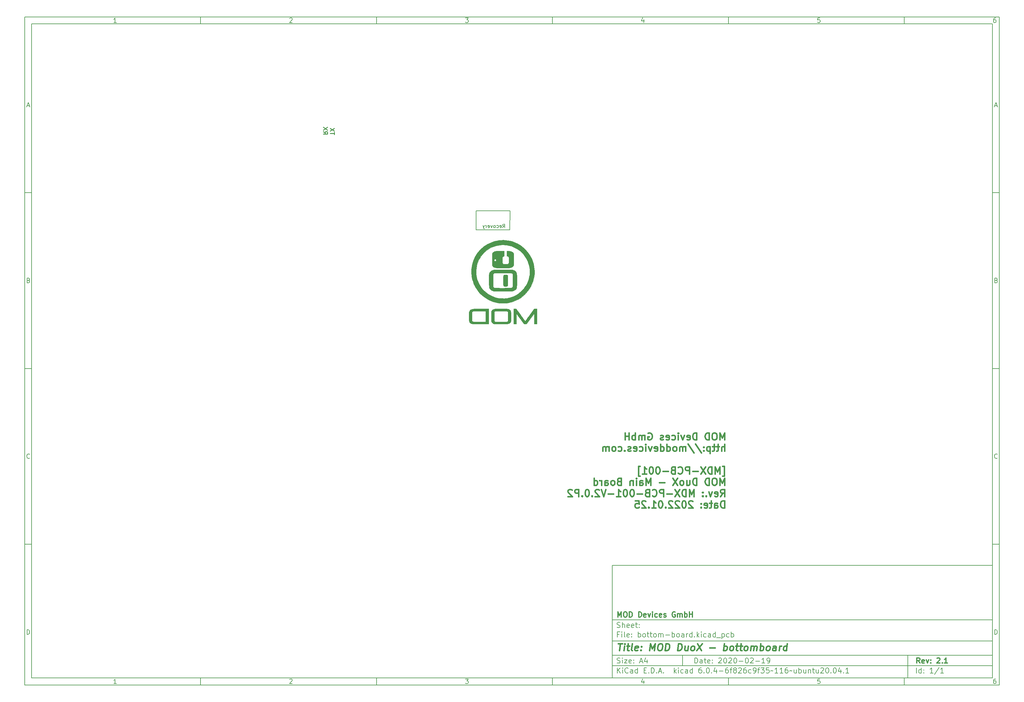
<source format=gbr>
G04 #@! TF.GenerationSoftware,KiCad,Pcbnew,6.0.4-6f826c9f35~116~ubuntu20.04.1*
G04 #@! TF.CreationDate,2022-04-27T14:04:08+02:00*
G04 #@! TF.ProjectId,bottom-board,626f7474-6f6d-42d6-926f-6172642e6b69,2.1*
G04 #@! TF.SameCoordinates,PX48111b4PY15fd6c8*
G04 #@! TF.FileFunction,Legend,Bot*
G04 #@! TF.FilePolarity,Positive*
%FSLAX46Y46*%
G04 Gerber Fmt 4.6, Leading zero omitted, Abs format (unit mm)*
G04 Created by KiCad (PCBNEW 6.0.4-6f826c9f35~116~ubuntu20.04.1) date 2022-04-27 14:04:08*
%MOMM*%
%LPD*%
G01*
G04 APERTURE LIST*
%ADD10C,0.100000*%
%ADD11C,0.150000*%
%ADD12C,0.300000*%
%ADD13C,0.400000*%
%ADD14C,0.250000*%
G04 APERTURE END LIST*
D10*
D11*
X101434660Y-142949080D02*
X101434660Y-174949080D01*
X209434660Y-174949080D01*
X209434660Y-142949080D01*
X101434660Y-142949080D01*
D10*
D11*
X-65567540Y13058120D02*
X-65567540Y-176949080D01*
X211434660Y-176949080D01*
X211434660Y13058120D01*
X-65567540Y13058120D01*
D10*
D11*
X-63567540Y11058120D02*
X-63567540Y-174949080D01*
X209434660Y-174949080D01*
X209434660Y11058120D01*
X-63567540Y11058120D01*
D10*
D11*
X-15567540Y11058120D02*
X-15567540Y13058120D01*
D10*
D11*
X34432460Y11058120D02*
X34432460Y13058120D01*
D10*
D11*
X84432460Y11058120D02*
X84432460Y13058120D01*
D10*
D11*
X134432460Y11058120D02*
X134432460Y13058120D01*
D10*
D11*
X184432460Y11058120D02*
X184432460Y13058120D01*
D10*
D11*
X-39502064Y11470025D02*
X-40244921Y11470025D01*
X-39873493Y11470025D02*
X-39873493Y12770025D01*
X-39997302Y12584311D01*
X-40121112Y12460501D01*
X-40244921Y12398597D01*
D10*
D11*
X9755079Y12646216D02*
X9816983Y12708120D01*
X9940793Y12770025D01*
X10250317Y12770025D01*
X10374126Y12708120D01*
X10436031Y12646216D01*
X10497936Y12522406D01*
X10497936Y12398597D01*
X10436031Y12212882D01*
X9693174Y11470025D01*
X10497936Y11470025D01*
D10*
D11*
X59693174Y12770025D02*
X60497936Y12770025D01*
X60064602Y12274787D01*
X60250317Y12274787D01*
X60374126Y12212882D01*
X60436031Y12150978D01*
X60497936Y12027168D01*
X60497936Y11717644D01*
X60436031Y11593835D01*
X60374126Y11531930D01*
X60250317Y11470025D01*
X59878888Y11470025D01*
X59755079Y11531930D01*
X59693174Y11593835D01*
D10*
D11*
X110374126Y12336692D02*
X110374126Y11470025D01*
X110064602Y12831930D02*
X109755079Y11903359D01*
X110559840Y11903359D01*
D10*
D11*
X160436031Y12770025D02*
X159816983Y12770025D01*
X159755079Y12150978D01*
X159816983Y12212882D01*
X159940793Y12274787D01*
X160250317Y12274787D01*
X160374126Y12212882D01*
X160436031Y12150978D01*
X160497936Y12027168D01*
X160497936Y11717644D01*
X160436031Y11593835D01*
X160374126Y11531930D01*
X160250317Y11470025D01*
X159940793Y11470025D01*
X159816983Y11531930D01*
X159755079Y11593835D01*
D10*
D11*
X210374126Y12770025D02*
X210126507Y12770025D01*
X210002698Y12708120D01*
X209940793Y12646216D01*
X209816983Y12460501D01*
X209755079Y12212882D01*
X209755079Y11717644D01*
X209816983Y11593835D01*
X209878888Y11531930D01*
X210002698Y11470025D01*
X210250317Y11470025D01*
X210374126Y11531930D01*
X210436031Y11593835D01*
X210497936Y11717644D01*
X210497936Y12027168D01*
X210436031Y12150978D01*
X210374126Y12212882D01*
X210250317Y12274787D01*
X210002698Y12274787D01*
X209878888Y12212882D01*
X209816983Y12150978D01*
X209755079Y12027168D01*
D10*
D11*
X-15567540Y-174949080D02*
X-15567540Y-176949080D01*
D10*
D11*
X34432460Y-174949080D02*
X34432460Y-176949080D01*
D10*
D11*
X84432460Y-174949080D02*
X84432460Y-176949080D01*
D10*
D11*
X134432460Y-174949080D02*
X134432460Y-176949080D01*
D10*
D11*
X184432460Y-174949080D02*
X184432460Y-176949080D01*
D10*
D11*
X-39502064Y-176537175D02*
X-40244921Y-176537175D01*
X-39873493Y-176537175D02*
X-39873493Y-175237175D01*
X-39997302Y-175422889D01*
X-40121112Y-175546699D01*
X-40244921Y-175608603D01*
D10*
D11*
X9755079Y-175360984D02*
X9816983Y-175299080D01*
X9940793Y-175237175D01*
X10250317Y-175237175D01*
X10374126Y-175299080D01*
X10436031Y-175360984D01*
X10497936Y-175484794D01*
X10497936Y-175608603D01*
X10436031Y-175794318D01*
X9693174Y-176537175D01*
X10497936Y-176537175D01*
D10*
D11*
X59693174Y-175237175D02*
X60497936Y-175237175D01*
X60064602Y-175732413D01*
X60250317Y-175732413D01*
X60374126Y-175794318D01*
X60436031Y-175856222D01*
X60497936Y-175980032D01*
X60497936Y-176289556D01*
X60436031Y-176413365D01*
X60374126Y-176475270D01*
X60250317Y-176537175D01*
X59878888Y-176537175D01*
X59755079Y-176475270D01*
X59693174Y-176413365D01*
D10*
D11*
X110374126Y-175670508D02*
X110374126Y-176537175D01*
X110064602Y-175175270D02*
X109755079Y-176103841D01*
X110559840Y-176103841D01*
D10*
D11*
X160436031Y-175237175D02*
X159816983Y-175237175D01*
X159755079Y-175856222D01*
X159816983Y-175794318D01*
X159940793Y-175732413D01*
X160250317Y-175732413D01*
X160374126Y-175794318D01*
X160436031Y-175856222D01*
X160497936Y-175980032D01*
X160497936Y-176289556D01*
X160436031Y-176413365D01*
X160374126Y-176475270D01*
X160250317Y-176537175D01*
X159940793Y-176537175D01*
X159816983Y-176475270D01*
X159755079Y-176413365D01*
D10*
D11*
X210374126Y-175237175D02*
X210126507Y-175237175D01*
X210002698Y-175299080D01*
X209940793Y-175360984D01*
X209816983Y-175546699D01*
X209755079Y-175794318D01*
X209755079Y-176289556D01*
X209816983Y-176413365D01*
X209878888Y-176475270D01*
X210002698Y-176537175D01*
X210250317Y-176537175D01*
X210374126Y-176475270D01*
X210436031Y-176413365D01*
X210497936Y-176289556D01*
X210497936Y-175980032D01*
X210436031Y-175856222D01*
X210374126Y-175794318D01*
X210250317Y-175732413D01*
X210002698Y-175732413D01*
X209878888Y-175794318D01*
X209816983Y-175856222D01*
X209755079Y-175980032D01*
D10*
D11*
X-65567540Y-36941880D02*
X-63567540Y-36941880D01*
D10*
D11*
X-65567540Y-86941880D02*
X-63567540Y-86941880D01*
D10*
D11*
X-65567540Y-136941880D02*
X-63567540Y-136941880D01*
D10*
D11*
X-64877064Y-12158546D02*
X-64258017Y-12158546D01*
X-65000874Y-12529975D02*
X-64567540Y-11229975D01*
X-64134207Y-12529975D01*
D10*
D11*
X-64474683Y-61849022D02*
X-64288969Y-61910927D01*
X-64227064Y-61972832D01*
X-64165160Y-62096641D01*
X-64165160Y-62282356D01*
X-64227064Y-62406165D01*
X-64288969Y-62468070D01*
X-64412779Y-62529975D01*
X-64908017Y-62529975D01*
X-64908017Y-61229975D01*
X-64474683Y-61229975D01*
X-64350874Y-61291880D01*
X-64288969Y-61353784D01*
X-64227064Y-61477594D01*
X-64227064Y-61601403D01*
X-64288969Y-61725213D01*
X-64350874Y-61787118D01*
X-64474683Y-61849022D01*
X-64908017Y-61849022D01*
D10*
D11*
X-64165160Y-112406165D02*
X-64227064Y-112468070D01*
X-64412779Y-112529975D01*
X-64536588Y-112529975D01*
X-64722302Y-112468070D01*
X-64846112Y-112344260D01*
X-64908017Y-112220451D01*
X-64969921Y-111972832D01*
X-64969921Y-111787118D01*
X-64908017Y-111539499D01*
X-64846112Y-111415689D01*
X-64722302Y-111291880D01*
X-64536588Y-111229975D01*
X-64412779Y-111229975D01*
X-64227064Y-111291880D01*
X-64165160Y-111353784D01*
D10*
D11*
X-64908017Y-162529975D02*
X-64908017Y-161229975D01*
X-64598493Y-161229975D01*
X-64412779Y-161291880D01*
X-64288969Y-161415689D01*
X-64227064Y-161539499D01*
X-64165160Y-161787118D01*
X-64165160Y-161972832D01*
X-64227064Y-162220451D01*
X-64288969Y-162344260D01*
X-64412779Y-162468070D01*
X-64598493Y-162529975D01*
X-64908017Y-162529975D01*
D10*
D11*
X211434660Y-36941880D02*
X209434660Y-36941880D01*
D10*
D11*
X211434660Y-86941880D02*
X209434660Y-86941880D01*
D10*
D11*
X211434660Y-136941880D02*
X209434660Y-136941880D01*
D10*
D11*
X210125136Y-12158546D02*
X210744183Y-12158546D01*
X210001326Y-12529975D02*
X210434660Y-11229975D01*
X210867993Y-12529975D01*
D10*
D11*
X210527517Y-61849022D02*
X210713231Y-61910927D01*
X210775136Y-61972832D01*
X210837040Y-62096641D01*
X210837040Y-62282356D01*
X210775136Y-62406165D01*
X210713231Y-62468070D01*
X210589421Y-62529975D01*
X210094183Y-62529975D01*
X210094183Y-61229975D01*
X210527517Y-61229975D01*
X210651326Y-61291880D01*
X210713231Y-61353784D01*
X210775136Y-61477594D01*
X210775136Y-61601403D01*
X210713231Y-61725213D01*
X210651326Y-61787118D01*
X210527517Y-61849022D01*
X210094183Y-61849022D01*
D10*
D11*
X210837040Y-112406165D02*
X210775136Y-112468070D01*
X210589421Y-112529975D01*
X210465612Y-112529975D01*
X210279898Y-112468070D01*
X210156088Y-112344260D01*
X210094183Y-112220451D01*
X210032279Y-111972832D01*
X210032279Y-111787118D01*
X210094183Y-111539499D01*
X210156088Y-111415689D01*
X210279898Y-111291880D01*
X210465612Y-111229975D01*
X210589421Y-111229975D01*
X210775136Y-111291880D01*
X210837040Y-111353784D01*
D10*
D11*
X210094183Y-162529975D02*
X210094183Y-161229975D01*
X210403707Y-161229975D01*
X210589421Y-161291880D01*
X210713231Y-161415689D01*
X210775136Y-161539499D01*
X210837040Y-161787118D01*
X210837040Y-161972832D01*
X210775136Y-162220451D01*
X210713231Y-162344260D01*
X210589421Y-162468070D01*
X210403707Y-162529975D01*
X210094183Y-162529975D01*
D10*
D11*
X124866802Y-170727651D02*
X124866802Y-169227651D01*
X125223945Y-169227651D01*
X125438231Y-169299080D01*
X125581088Y-169441937D01*
X125652517Y-169584794D01*
X125723945Y-169870508D01*
X125723945Y-170084794D01*
X125652517Y-170370508D01*
X125581088Y-170513365D01*
X125438231Y-170656222D01*
X125223945Y-170727651D01*
X124866802Y-170727651D01*
X127009660Y-170727651D02*
X127009660Y-169941937D01*
X126938231Y-169799080D01*
X126795374Y-169727651D01*
X126509660Y-169727651D01*
X126366802Y-169799080D01*
X127009660Y-170656222D02*
X126866802Y-170727651D01*
X126509660Y-170727651D01*
X126366802Y-170656222D01*
X126295374Y-170513365D01*
X126295374Y-170370508D01*
X126366802Y-170227651D01*
X126509660Y-170156222D01*
X126866802Y-170156222D01*
X127009660Y-170084794D01*
X127509660Y-169727651D02*
X128081088Y-169727651D01*
X127723945Y-169227651D02*
X127723945Y-170513365D01*
X127795374Y-170656222D01*
X127938231Y-170727651D01*
X128081088Y-170727651D01*
X129152517Y-170656222D02*
X129009660Y-170727651D01*
X128723945Y-170727651D01*
X128581088Y-170656222D01*
X128509660Y-170513365D01*
X128509660Y-169941937D01*
X128581088Y-169799080D01*
X128723945Y-169727651D01*
X129009660Y-169727651D01*
X129152517Y-169799080D01*
X129223945Y-169941937D01*
X129223945Y-170084794D01*
X128509660Y-170227651D01*
X129866802Y-170584794D02*
X129938231Y-170656222D01*
X129866802Y-170727651D01*
X129795374Y-170656222D01*
X129866802Y-170584794D01*
X129866802Y-170727651D01*
X129866802Y-169799080D02*
X129938231Y-169870508D01*
X129866802Y-169941937D01*
X129795374Y-169870508D01*
X129866802Y-169799080D01*
X129866802Y-169941937D01*
X131652517Y-169370508D02*
X131723945Y-169299080D01*
X131866802Y-169227651D01*
X132223945Y-169227651D01*
X132366802Y-169299080D01*
X132438231Y-169370508D01*
X132509660Y-169513365D01*
X132509660Y-169656222D01*
X132438231Y-169870508D01*
X131581088Y-170727651D01*
X132509660Y-170727651D01*
X133438231Y-169227651D02*
X133581088Y-169227651D01*
X133723945Y-169299080D01*
X133795374Y-169370508D01*
X133866802Y-169513365D01*
X133938231Y-169799080D01*
X133938231Y-170156222D01*
X133866802Y-170441937D01*
X133795374Y-170584794D01*
X133723945Y-170656222D01*
X133581088Y-170727651D01*
X133438231Y-170727651D01*
X133295374Y-170656222D01*
X133223945Y-170584794D01*
X133152517Y-170441937D01*
X133081088Y-170156222D01*
X133081088Y-169799080D01*
X133152517Y-169513365D01*
X133223945Y-169370508D01*
X133295374Y-169299080D01*
X133438231Y-169227651D01*
X134509660Y-169370508D02*
X134581088Y-169299080D01*
X134723945Y-169227651D01*
X135081088Y-169227651D01*
X135223945Y-169299080D01*
X135295374Y-169370508D01*
X135366802Y-169513365D01*
X135366802Y-169656222D01*
X135295374Y-169870508D01*
X134438231Y-170727651D01*
X135366802Y-170727651D01*
X136295374Y-169227651D02*
X136438231Y-169227651D01*
X136581088Y-169299080D01*
X136652517Y-169370508D01*
X136723945Y-169513365D01*
X136795374Y-169799080D01*
X136795374Y-170156222D01*
X136723945Y-170441937D01*
X136652517Y-170584794D01*
X136581088Y-170656222D01*
X136438231Y-170727651D01*
X136295374Y-170727651D01*
X136152517Y-170656222D01*
X136081088Y-170584794D01*
X136009660Y-170441937D01*
X135938231Y-170156222D01*
X135938231Y-169799080D01*
X136009660Y-169513365D01*
X136081088Y-169370508D01*
X136152517Y-169299080D01*
X136295374Y-169227651D01*
X137438231Y-170156222D02*
X138581088Y-170156222D01*
X139581088Y-169227651D02*
X139723945Y-169227651D01*
X139866802Y-169299080D01*
X139938231Y-169370508D01*
X140009660Y-169513365D01*
X140081088Y-169799080D01*
X140081088Y-170156222D01*
X140009660Y-170441937D01*
X139938231Y-170584794D01*
X139866802Y-170656222D01*
X139723945Y-170727651D01*
X139581088Y-170727651D01*
X139438231Y-170656222D01*
X139366802Y-170584794D01*
X139295374Y-170441937D01*
X139223945Y-170156222D01*
X139223945Y-169799080D01*
X139295374Y-169513365D01*
X139366802Y-169370508D01*
X139438231Y-169299080D01*
X139581088Y-169227651D01*
X140652517Y-169370508D02*
X140723945Y-169299080D01*
X140866802Y-169227651D01*
X141223945Y-169227651D01*
X141366802Y-169299080D01*
X141438231Y-169370508D01*
X141509660Y-169513365D01*
X141509660Y-169656222D01*
X141438231Y-169870508D01*
X140581088Y-170727651D01*
X141509660Y-170727651D01*
X142152517Y-170156222D02*
X143295374Y-170156222D01*
X144795374Y-170727651D02*
X143938231Y-170727651D01*
X144366802Y-170727651D02*
X144366802Y-169227651D01*
X144223945Y-169441937D01*
X144081088Y-169584794D01*
X143938231Y-169656222D01*
X145509660Y-170727651D02*
X145795374Y-170727651D01*
X145938231Y-170656222D01*
X146009660Y-170584794D01*
X146152517Y-170370508D01*
X146223945Y-170084794D01*
X146223945Y-169513365D01*
X146152517Y-169370508D01*
X146081088Y-169299080D01*
X145938231Y-169227651D01*
X145652517Y-169227651D01*
X145509660Y-169299080D01*
X145438231Y-169370508D01*
X145366802Y-169513365D01*
X145366802Y-169870508D01*
X145438231Y-170013365D01*
X145509660Y-170084794D01*
X145652517Y-170156222D01*
X145938231Y-170156222D01*
X146081088Y-170084794D01*
X146152517Y-170013365D01*
X146223945Y-169870508D01*
D10*
D11*
X101434660Y-171449080D02*
X209434660Y-171449080D01*
D10*
D11*
X102866802Y-173527651D02*
X102866802Y-172027651D01*
X103723945Y-173527651D02*
X103081088Y-172670508D01*
X103723945Y-172027651D02*
X102866802Y-172884794D01*
X104366802Y-173527651D02*
X104366802Y-172527651D01*
X104366802Y-172027651D02*
X104295374Y-172099080D01*
X104366802Y-172170508D01*
X104438231Y-172099080D01*
X104366802Y-172027651D01*
X104366802Y-172170508D01*
X105938231Y-173384794D02*
X105866802Y-173456222D01*
X105652517Y-173527651D01*
X105509660Y-173527651D01*
X105295374Y-173456222D01*
X105152517Y-173313365D01*
X105081088Y-173170508D01*
X105009660Y-172884794D01*
X105009660Y-172670508D01*
X105081088Y-172384794D01*
X105152517Y-172241937D01*
X105295374Y-172099080D01*
X105509660Y-172027651D01*
X105652517Y-172027651D01*
X105866802Y-172099080D01*
X105938231Y-172170508D01*
X107223945Y-173527651D02*
X107223945Y-172741937D01*
X107152517Y-172599080D01*
X107009660Y-172527651D01*
X106723945Y-172527651D01*
X106581088Y-172599080D01*
X107223945Y-173456222D02*
X107081088Y-173527651D01*
X106723945Y-173527651D01*
X106581088Y-173456222D01*
X106509660Y-173313365D01*
X106509660Y-173170508D01*
X106581088Y-173027651D01*
X106723945Y-172956222D01*
X107081088Y-172956222D01*
X107223945Y-172884794D01*
X108581088Y-173527651D02*
X108581088Y-172027651D01*
X108581088Y-173456222D02*
X108438231Y-173527651D01*
X108152517Y-173527651D01*
X108009660Y-173456222D01*
X107938231Y-173384794D01*
X107866802Y-173241937D01*
X107866802Y-172813365D01*
X107938231Y-172670508D01*
X108009660Y-172599080D01*
X108152517Y-172527651D01*
X108438231Y-172527651D01*
X108581088Y-172599080D01*
X110438231Y-172741937D02*
X110938231Y-172741937D01*
X111152517Y-173527651D02*
X110438231Y-173527651D01*
X110438231Y-172027651D01*
X111152517Y-172027651D01*
X111795374Y-173384794D02*
X111866802Y-173456222D01*
X111795374Y-173527651D01*
X111723945Y-173456222D01*
X111795374Y-173384794D01*
X111795374Y-173527651D01*
X112509660Y-173527651D02*
X112509660Y-172027651D01*
X112866802Y-172027651D01*
X113081088Y-172099080D01*
X113223945Y-172241937D01*
X113295374Y-172384794D01*
X113366802Y-172670508D01*
X113366802Y-172884794D01*
X113295374Y-173170508D01*
X113223945Y-173313365D01*
X113081088Y-173456222D01*
X112866802Y-173527651D01*
X112509660Y-173527651D01*
X114009660Y-173384794D02*
X114081088Y-173456222D01*
X114009660Y-173527651D01*
X113938231Y-173456222D01*
X114009660Y-173384794D01*
X114009660Y-173527651D01*
X114652517Y-173099080D02*
X115366802Y-173099080D01*
X114509660Y-173527651D02*
X115009660Y-172027651D01*
X115509660Y-173527651D01*
X116009660Y-173384794D02*
X116081088Y-173456222D01*
X116009660Y-173527651D01*
X115938231Y-173456222D01*
X116009660Y-173384794D01*
X116009660Y-173527651D01*
X119009660Y-173527651D02*
X119009660Y-172027651D01*
X119152517Y-172956222D02*
X119581088Y-173527651D01*
X119581088Y-172527651D02*
X119009660Y-173099080D01*
X120223945Y-173527651D02*
X120223945Y-172527651D01*
X120223945Y-172027651D02*
X120152517Y-172099080D01*
X120223945Y-172170508D01*
X120295374Y-172099080D01*
X120223945Y-172027651D01*
X120223945Y-172170508D01*
X121581088Y-173456222D02*
X121438231Y-173527651D01*
X121152517Y-173527651D01*
X121009660Y-173456222D01*
X120938231Y-173384794D01*
X120866802Y-173241937D01*
X120866802Y-172813365D01*
X120938231Y-172670508D01*
X121009660Y-172599080D01*
X121152517Y-172527651D01*
X121438231Y-172527651D01*
X121581088Y-172599080D01*
X122866802Y-173527651D02*
X122866802Y-172741937D01*
X122795374Y-172599080D01*
X122652517Y-172527651D01*
X122366802Y-172527651D01*
X122223945Y-172599080D01*
X122866802Y-173456222D02*
X122723945Y-173527651D01*
X122366802Y-173527651D01*
X122223945Y-173456222D01*
X122152517Y-173313365D01*
X122152517Y-173170508D01*
X122223945Y-173027651D01*
X122366802Y-172956222D01*
X122723945Y-172956222D01*
X122866802Y-172884794D01*
X124223945Y-173527651D02*
X124223945Y-172027651D01*
X124223945Y-173456222D02*
X124081088Y-173527651D01*
X123795374Y-173527651D01*
X123652517Y-173456222D01*
X123581088Y-173384794D01*
X123509660Y-173241937D01*
X123509660Y-172813365D01*
X123581088Y-172670508D01*
X123652517Y-172599080D01*
X123795374Y-172527651D01*
X124081088Y-172527651D01*
X124223945Y-172599080D01*
X126723945Y-172027651D02*
X126438231Y-172027651D01*
X126295374Y-172099080D01*
X126223945Y-172170508D01*
X126081088Y-172384794D01*
X126009660Y-172670508D01*
X126009660Y-173241937D01*
X126081088Y-173384794D01*
X126152517Y-173456222D01*
X126295374Y-173527651D01*
X126581088Y-173527651D01*
X126723945Y-173456222D01*
X126795374Y-173384794D01*
X126866802Y-173241937D01*
X126866802Y-172884794D01*
X126795374Y-172741937D01*
X126723945Y-172670508D01*
X126581088Y-172599080D01*
X126295374Y-172599080D01*
X126152517Y-172670508D01*
X126081088Y-172741937D01*
X126009660Y-172884794D01*
X127509660Y-173384794D02*
X127581088Y-173456222D01*
X127509660Y-173527651D01*
X127438231Y-173456222D01*
X127509660Y-173384794D01*
X127509660Y-173527651D01*
X128509660Y-172027651D02*
X128652517Y-172027651D01*
X128795374Y-172099080D01*
X128866802Y-172170508D01*
X128938231Y-172313365D01*
X129009660Y-172599080D01*
X129009660Y-172956222D01*
X128938231Y-173241937D01*
X128866802Y-173384794D01*
X128795374Y-173456222D01*
X128652517Y-173527651D01*
X128509660Y-173527651D01*
X128366802Y-173456222D01*
X128295374Y-173384794D01*
X128223945Y-173241937D01*
X128152517Y-172956222D01*
X128152517Y-172599080D01*
X128223945Y-172313365D01*
X128295374Y-172170508D01*
X128366802Y-172099080D01*
X128509660Y-172027651D01*
X129652517Y-173384794D02*
X129723945Y-173456222D01*
X129652517Y-173527651D01*
X129581088Y-173456222D01*
X129652517Y-173384794D01*
X129652517Y-173527651D01*
X131009660Y-172527651D02*
X131009660Y-173527651D01*
X130652517Y-171956222D02*
X130295374Y-173027651D01*
X131223945Y-173027651D01*
X131795374Y-172956222D02*
X132938231Y-172956222D01*
X134295374Y-172027651D02*
X134009660Y-172027651D01*
X133866802Y-172099080D01*
X133795374Y-172170508D01*
X133652517Y-172384794D01*
X133581088Y-172670508D01*
X133581088Y-173241937D01*
X133652517Y-173384794D01*
X133723945Y-173456222D01*
X133866802Y-173527651D01*
X134152517Y-173527651D01*
X134295374Y-173456222D01*
X134366802Y-173384794D01*
X134438231Y-173241937D01*
X134438231Y-172884794D01*
X134366802Y-172741937D01*
X134295374Y-172670508D01*
X134152517Y-172599080D01*
X133866802Y-172599080D01*
X133723945Y-172670508D01*
X133652517Y-172741937D01*
X133581088Y-172884794D01*
X134866802Y-172527651D02*
X135438231Y-172527651D01*
X135081088Y-173527651D02*
X135081088Y-172241937D01*
X135152517Y-172099080D01*
X135295374Y-172027651D01*
X135438231Y-172027651D01*
X136152517Y-172670508D02*
X136009660Y-172599080D01*
X135938231Y-172527651D01*
X135866802Y-172384794D01*
X135866802Y-172313365D01*
X135938231Y-172170508D01*
X136009660Y-172099080D01*
X136152517Y-172027651D01*
X136438231Y-172027651D01*
X136581088Y-172099080D01*
X136652517Y-172170508D01*
X136723945Y-172313365D01*
X136723945Y-172384794D01*
X136652517Y-172527651D01*
X136581088Y-172599080D01*
X136438231Y-172670508D01*
X136152517Y-172670508D01*
X136009660Y-172741937D01*
X135938231Y-172813365D01*
X135866802Y-172956222D01*
X135866802Y-173241937D01*
X135938231Y-173384794D01*
X136009660Y-173456222D01*
X136152517Y-173527651D01*
X136438231Y-173527651D01*
X136581088Y-173456222D01*
X136652517Y-173384794D01*
X136723945Y-173241937D01*
X136723945Y-172956222D01*
X136652517Y-172813365D01*
X136581088Y-172741937D01*
X136438231Y-172670508D01*
X137295374Y-172170508D02*
X137366802Y-172099080D01*
X137509660Y-172027651D01*
X137866802Y-172027651D01*
X138009660Y-172099080D01*
X138081088Y-172170508D01*
X138152517Y-172313365D01*
X138152517Y-172456222D01*
X138081088Y-172670508D01*
X137223945Y-173527651D01*
X138152517Y-173527651D01*
X139438231Y-172027651D02*
X139152517Y-172027651D01*
X139009660Y-172099080D01*
X138938231Y-172170508D01*
X138795374Y-172384794D01*
X138723945Y-172670508D01*
X138723945Y-173241937D01*
X138795374Y-173384794D01*
X138866802Y-173456222D01*
X139009660Y-173527651D01*
X139295374Y-173527651D01*
X139438231Y-173456222D01*
X139509660Y-173384794D01*
X139581088Y-173241937D01*
X139581088Y-172884794D01*
X139509660Y-172741937D01*
X139438231Y-172670508D01*
X139295374Y-172599080D01*
X139009660Y-172599080D01*
X138866802Y-172670508D01*
X138795374Y-172741937D01*
X138723945Y-172884794D01*
X140866802Y-173456222D02*
X140723945Y-173527651D01*
X140438231Y-173527651D01*
X140295374Y-173456222D01*
X140223945Y-173384794D01*
X140152517Y-173241937D01*
X140152517Y-172813365D01*
X140223945Y-172670508D01*
X140295374Y-172599080D01*
X140438231Y-172527651D01*
X140723945Y-172527651D01*
X140866802Y-172599080D01*
X141581088Y-173527651D02*
X141866802Y-173527651D01*
X142009660Y-173456222D01*
X142081088Y-173384794D01*
X142223945Y-173170508D01*
X142295374Y-172884794D01*
X142295374Y-172313365D01*
X142223945Y-172170508D01*
X142152517Y-172099080D01*
X142009660Y-172027651D01*
X141723945Y-172027651D01*
X141581088Y-172099080D01*
X141509660Y-172170508D01*
X141438231Y-172313365D01*
X141438231Y-172670508D01*
X141509660Y-172813365D01*
X141581088Y-172884794D01*
X141723945Y-172956222D01*
X142009660Y-172956222D01*
X142152517Y-172884794D01*
X142223945Y-172813365D01*
X142295374Y-172670508D01*
X142723945Y-172527651D02*
X143295374Y-172527651D01*
X142938231Y-173527651D02*
X142938231Y-172241937D01*
X143009660Y-172099080D01*
X143152517Y-172027651D01*
X143295374Y-172027651D01*
X143652517Y-172027651D02*
X144581088Y-172027651D01*
X144081088Y-172599080D01*
X144295374Y-172599080D01*
X144438231Y-172670508D01*
X144509660Y-172741937D01*
X144581088Y-172884794D01*
X144581088Y-173241937D01*
X144509660Y-173384794D01*
X144438231Y-173456222D01*
X144295374Y-173527651D01*
X143866802Y-173527651D01*
X143723945Y-173456222D01*
X143652517Y-173384794D01*
X145938231Y-172027651D02*
X145223945Y-172027651D01*
X145152517Y-172741937D01*
X145223945Y-172670508D01*
X145366802Y-172599080D01*
X145723945Y-172599080D01*
X145866802Y-172670508D01*
X145938231Y-172741937D01*
X146009660Y-172884794D01*
X146009660Y-173241937D01*
X145938231Y-173384794D01*
X145866802Y-173456222D01*
X145723945Y-173527651D01*
X145366802Y-173527651D01*
X145223945Y-173456222D01*
X145152517Y-173384794D01*
X146438231Y-172956222D02*
X146509660Y-172884794D01*
X146652517Y-172813365D01*
X146938231Y-172956222D01*
X147081088Y-172884794D01*
X147152517Y-172813365D01*
X148509660Y-173527651D02*
X147652517Y-173527651D01*
X148081088Y-173527651D02*
X148081088Y-172027651D01*
X147938231Y-172241937D01*
X147795374Y-172384794D01*
X147652517Y-172456222D01*
X149938231Y-173527651D02*
X149081088Y-173527651D01*
X149509660Y-173527651D02*
X149509660Y-172027651D01*
X149366802Y-172241937D01*
X149223945Y-172384794D01*
X149081088Y-172456222D01*
X151223945Y-172027651D02*
X150938231Y-172027651D01*
X150795374Y-172099080D01*
X150723945Y-172170508D01*
X150581088Y-172384794D01*
X150509659Y-172670508D01*
X150509659Y-173241937D01*
X150581088Y-173384794D01*
X150652517Y-173456222D01*
X150795374Y-173527651D01*
X151081088Y-173527651D01*
X151223945Y-173456222D01*
X151295374Y-173384794D01*
X151366802Y-173241937D01*
X151366802Y-172884794D01*
X151295374Y-172741937D01*
X151223945Y-172670508D01*
X151081088Y-172599080D01*
X150795374Y-172599080D01*
X150652517Y-172670508D01*
X150581088Y-172741937D01*
X150509659Y-172884794D01*
X151795374Y-172956222D02*
X151866802Y-172884794D01*
X152009659Y-172813365D01*
X152295374Y-172956222D01*
X152438231Y-172884794D01*
X152509659Y-172813365D01*
X153723945Y-172527651D02*
X153723945Y-173527651D01*
X153081088Y-172527651D02*
X153081088Y-173313365D01*
X153152517Y-173456222D01*
X153295374Y-173527651D01*
X153509659Y-173527651D01*
X153652517Y-173456222D01*
X153723945Y-173384794D01*
X154438231Y-173527651D02*
X154438231Y-172027651D01*
X154438231Y-172599080D02*
X154581088Y-172527651D01*
X154866802Y-172527651D01*
X155009659Y-172599080D01*
X155081088Y-172670508D01*
X155152517Y-172813365D01*
X155152517Y-173241937D01*
X155081088Y-173384794D01*
X155009659Y-173456222D01*
X154866802Y-173527651D01*
X154581088Y-173527651D01*
X154438231Y-173456222D01*
X156438231Y-172527651D02*
X156438231Y-173527651D01*
X155795374Y-172527651D02*
X155795374Y-173313365D01*
X155866802Y-173456222D01*
X156009660Y-173527651D01*
X156223945Y-173527651D01*
X156366802Y-173456222D01*
X156438231Y-173384794D01*
X157152517Y-172527651D02*
X157152517Y-173527651D01*
X157152517Y-172670508D02*
X157223945Y-172599080D01*
X157366802Y-172527651D01*
X157581088Y-172527651D01*
X157723945Y-172599080D01*
X157795374Y-172741937D01*
X157795374Y-173527651D01*
X158295374Y-172527651D02*
X158866802Y-172527651D01*
X158509660Y-172027651D02*
X158509660Y-173313365D01*
X158581088Y-173456222D01*
X158723945Y-173527651D01*
X158866802Y-173527651D01*
X160009660Y-172527651D02*
X160009660Y-173527651D01*
X159366802Y-172527651D02*
X159366802Y-173313365D01*
X159438231Y-173456222D01*
X159581088Y-173527651D01*
X159795374Y-173527651D01*
X159938231Y-173456222D01*
X160009660Y-173384794D01*
X160652517Y-172170508D02*
X160723945Y-172099080D01*
X160866802Y-172027651D01*
X161223945Y-172027651D01*
X161366802Y-172099080D01*
X161438231Y-172170508D01*
X161509660Y-172313365D01*
X161509660Y-172456222D01*
X161438231Y-172670508D01*
X160581088Y-173527651D01*
X161509660Y-173527651D01*
X162438231Y-172027651D02*
X162581088Y-172027651D01*
X162723945Y-172099080D01*
X162795374Y-172170508D01*
X162866802Y-172313365D01*
X162938231Y-172599080D01*
X162938231Y-172956222D01*
X162866802Y-173241937D01*
X162795374Y-173384794D01*
X162723945Y-173456222D01*
X162581088Y-173527651D01*
X162438231Y-173527651D01*
X162295374Y-173456222D01*
X162223945Y-173384794D01*
X162152517Y-173241937D01*
X162081088Y-172956222D01*
X162081088Y-172599080D01*
X162152517Y-172313365D01*
X162223945Y-172170508D01*
X162295374Y-172099080D01*
X162438231Y-172027651D01*
X163581088Y-173384794D02*
X163652517Y-173456222D01*
X163581088Y-173527651D01*
X163509659Y-173456222D01*
X163581088Y-173384794D01*
X163581088Y-173527651D01*
X164581088Y-172027651D02*
X164723945Y-172027651D01*
X164866802Y-172099080D01*
X164938231Y-172170508D01*
X165009660Y-172313365D01*
X165081088Y-172599080D01*
X165081088Y-172956222D01*
X165009660Y-173241937D01*
X164938231Y-173384794D01*
X164866802Y-173456222D01*
X164723945Y-173527651D01*
X164581088Y-173527651D01*
X164438231Y-173456222D01*
X164366802Y-173384794D01*
X164295374Y-173241937D01*
X164223945Y-172956222D01*
X164223945Y-172599080D01*
X164295374Y-172313365D01*
X164366802Y-172170508D01*
X164438231Y-172099080D01*
X164581088Y-172027651D01*
X166366802Y-172527651D02*
X166366802Y-173527651D01*
X166009659Y-171956222D02*
X165652517Y-173027651D01*
X166581088Y-173027651D01*
X167152517Y-173384794D02*
X167223945Y-173456222D01*
X167152517Y-173527651D01*
X167081088Y-173456222D01*
X167152517Y-173384794D01*
X167152517Y-173527651D01*
X168652517Y-173527651D02*
X167795374Y-173527651D01*
X168223945Y-173527651D02*
X168223945Y-172027651D01*
X168081088Y-172241937D01*
X167938231Y-172384794D01*
X167795374Y-172456222D01*
D10*
D11*
X101434660Y-168449080D02*
X209434660Y-168449080D01*
D10*
D12*
X188843945Y-170727651D02*
X188343945Y-170013365D01*
X187986802Y-170727651D02*
X187986802Y-169227651D01*
X188558231Y-169227651D01*
X188701088Y-169299080D01*
X188772517Y-169370508D01*
X188843945Y-169513365D01*
X188843945Y-169727651D01*
X188772517Y-169870508D01*
X188701088Y-169941937D01*
X188558231Y-170013365D01*
X187986802Y-170013365D01*
X190058231Y-170656222D02*
X189915374Y-170727651D01*
X189629660Y-170727651D01*
X189486802Y-170656222D01*
X189415374Y-170513365D01*
X189415374Y-169941937D01*
X189486802Y-169799080D01*
X189629660Y-169727651D01*
X189915374Y-169727651D01*
X190058231Y-169799080D01*
X190129660Y-169941937D01*
X190129660Y-170084794D01*
X189415374Y-170227651D01*
X190629660Y-169727651D02*
X190986802Y-170727651D01*
X191343945Y-169727651D01*
X191915374Y-170584794D02*
X191986802Y-170656222D01*
X191915374Y-170727651D01*
X191843945Y-170656222D01*
X191915374Y-170584794D01*
X191915374Y-170727651D01*
X191915374Y-169799080D02*
X191986802Y-169870508D01*
X191915374Y-169941937D01*
X191843945Y-169870508D01*
X191915374Y-169799080D01*
X191915374Y-169941937D01*
X193701088Y-169370508D02*
X193772517Y-169299080D01*
X193915374Y-169227651D01*
X194272517Y-169227651D01*
X194415374Y-169299080D01*
X194486802Y-169370508D01*
X194558231Y-169513365D01*
X194558231Y-169656222D01*
X194486802Y-169870508D01*
X193629660Y-170727651D01*
X194558231Y-170727651D01*
X195201088Y-170584794D02*
X195272517Y-170656222D01*
X195201088Y-170727651D01*
X195129660Y-170656222D01*
X195201088Y-170584794D01*
X195201088Y-170727651D01*
X196701088Y-170727651D02*
X195843945Y-170727651D01*
X196272517Y-170727651D02*
X196272517Y-169227651D01*
X196129660Y-169441937D01*
X195986802Y-169584794D01*
X195843945Y-169656222D01*
D10*
D11*
X102795374Y-170656222D02*
X103009660Y-170727651D01*
X103366802Y-170727651D01*
X103509660Y-170656222D01*
X103581088Y-170584794D01*
X103652517Y-170441937D01*
X103652517Y-170299080D01*
X103581088Y-170156222D01*
X103509660Y-170084794D01*
X103366802Y-170013365D01*
X103081088Y-169941937D01*
X102938231Y-169870508D01*
X102866802Y-169799080D01*
X102795374Y-169656222D01*
X102795374Y-169513365D01*
X102866802Y-169370508D01*
X102938231Y-169299080D01*
X103081088Y-169227651D01*
X103438231Y-169227651D01*
X103652517Y-169299080D01*
X104295374Y-170727651D02*
X104295374Y-169727651D01*
X104295374Y-169227651D02*
X104223945Y-169299080D01*
X104295374Y-169370508D01*
X104366802Y-169299080D01*
X104295374Y-169227651D01*
X104295374Y-169370508D01*
X104866802Y-169727651D02*
X105652517Y-169727651D01*
X104866802Y-170727651D01*
X105652517Y-170727651D01*
X106795374Y-170656222D02*
X106652517Y-170727651D01*
X106366802Y-170727651D01*
X106223945Y-170656222D01*
X106152517Y-170513365D01*
X106152517Y-169941937D01*
X106223945Y-169799080D01*
X106366802Y-169727651D01*
X106652517Y-169727651D01*
X106795374Y-169799080D01*
X106866802Y-169941937D01*
X106866802Y-170084794D01*
X106152517Y-170227651D01*
X107509660Y-170584794D02*
X107581088Y-170656222D01*
X107509660Y-170727651D01*
X107438231Y-170656222D01*
X107509660Y-170584794D01*
X107509660Y-170727651D01*
X107509660Y-169799080D02*
X107581088Y-169870508D01*
X107509660Y-169941937D01*
X107438231Y-169870508D01*
X107509660Y-169799080D01*
X107509660Y-169941937D01*
X109295374Y-170299080D02*
X110009660Y-170299080D01*
X109152517Y-170727651D02*
X109652517Y-169227651D01*
X110152517Y-170727651D01*
X111295374Y-169727651D02*
X111295374Y-170727651D01*
X110938231Y-169156222D02*
X110581088Y-170227651D01*
X111509660Y-170227651D01*
D10*
D11*
X187866802Y-173527651D02*
X187866802Y-172027651D01*
X189223945Y-173527651D02*
X189223945Y-172027651D01*
X189223945Y-173456222D02*
X189081088Y-173527651D01*
X188795374Y-173527651D01*
X188652517Y-173456222D01*
X188581088Y-173384794D01*
X188509660Y-173241937D01*
X188509660Y-172813365D01*
X188581088Y-172670508D01*
X188652517Y-172599080D01*
X188795374Y-172527651D01*
X189081088Y-172527651D01*
X189223945Y-172599080D01*
X189938231Y-173384794D02*
X190009660Y-173456222D01*
X189938231Y-173527651D01*
X189866802Y-173456222D01*
X189938231Y-173384794D01*
X189938231Y-173527651D01*
X189938231Y-172599080D02*
X190009660Y-172670508D01*
X189938231Y-172741937D01*
X189866802Y-172670508D01*
X189938231Y-172599080D01*
X189938231Y-172741937D01*
X192581088Y-173527651D02*
X191723945Y-173527651D01*
X192152517Y-173527651D02*
X192152517Y-172027651D01*
X192009660Y-172241937D01*
X191866802Y-172384794D01*
X191723945Y-172456222D01*
X194295374Y-171956222D02*
X193009660Y-173884794D01*
X195581088Y-173527651D02*
X194723945Y-173527651D01*
X195152517Y-173527651D02*
X195152517Y-172027651D01*
X195009660Y-172241937D01*
X194866802Y-172384794D01*
X194723945Y-172456222D01*
D10*
D11*
X101434660Y-164449080D02*
X209434660Y-164449080D01*
D10*
D13*
X103147040Y-165153841D02*
X104289898Y-165153841D01*
X103468469Y-167153841D02*
X103718469Y-165153841D01*
X104706564Y-167153841D02*
X104873231Y-165820508D01*
X104956564Y-165153841D02*
X104849421Y-165249080D01*
X104932755Y-165344318D01*
X105039898Y-165249080D01*
X104956564Y-165153841D01*
X104932755Y-165344318D01*
X105539898Y-165820508D02*
X106301802Y-165820508D01*
X105908945Y-165153841D02*
X105694660Y-166868127D01*
X105766088Y-167058603D01*
X105944660Y-167153841D01*
X106135136Y-167153841D01*
X107087517Y-167153841D02*
X106908945Y-167058603D01*
X106837517Y-166868127D01*
X107051802Y-165153841D01*
X108623231Y-167058603D02*
X108420850Y-167153841D01*
X108039898Y-167153841D01*
X107861326Y-167058603D01*
X107789898Y-166868127D01*
X107885136Y-166106222D01*
X108004183Y-165915746D01*
X108206564Y-165820508D01*
X108587517Y-165820508D01*
X108766088Y-165915746D01*
X108837517Y-166106222D01*
X108813707Y-166296699D01*
X107837517Y-166487175D01*
X109587517Y-166963365D02*
X109670850Y-167058603D01*
X109563707Y-167153841D01*
X109480374Y-167058603D01*
X109587517Y-166963365D01*
X109563707Y-167153841D01*
X109718469Y-165915746D02*
X109801802Y-166010984D01*
X109694660Y-166106222D01*
X109611326Y-166010984D01*
X109718469Y-165915746D01*
X109694660Y-166106222D01*
X112039898Y-167153841D02*
X112289898Y-165153841D01*
X112777993Y-166582413D01*
X113623231Y-165153841D01*
X113373231Y-167153841D01*
X114956564Y-165153841D02*
X115337517Y-165153841D01*
X115516088Y-165249080D01*
X115682755Y-165439556D01*
X115730374Y-165820508D01*
X115647040Y-166487175D01*
X115504183Y-166868127D01*
X115289898Y-167058603D01*
X115087517Y-167153841D01*
X114706564Y-167153841D01*
X114527993Y-167058603D01*
X114361326Y-166868127D01*
X114313707Y-166487175D01*
X114397040Y-165820508D01*
X114539898Y-165439556D01*
X114754183Y-165249080D01*
X114956564Y-165153841D01*
X116420850Y-167153841D02*
X116670850Y-165153841D01*
X117147040Y-165153841D01*
X117420850Y-165249080D01*
X117587517Y-165439556D01*
X117658945Y-165630032D01*
X117706564Y-166010984D01*
X117670850Y-166296699D01*
X117527993Y-166677651D01*
X117408945Y-166868127D01*
X117194660Y-167058603D01*
X116897040Y-167153841D01*
X116420850Y-167153841D01*
X119944660Y-167153841D02*
X120194660Y-165153841D01*
X120670850Y-165153841D01*
X120944660Y-165249080D01*
X121111326Y-165439556D01*
X121182755Y-165630032D01*
X121230374Y-166010984D01*
X121194660Y-166296699D01*
X121051802Y-166677651D01*
X120932755Y-166868127D01*
X120718469Y-167058603D01*
X120420850Y-167153841D01*
X119944660Y-167153841D01*
X122968469Y-165820508D02*
X122801802Y-167153841D01*
X122111326Y-165820508D02*
X121980374Y-166868127D01*
X122051802Y-167058603D01*
X122230374Y-167153841D01*
X122516088Y-167153841D01*
X122718469Y-167058603D01*
X122825612Y-166963365D01*
X124039898Y-167153841D02*
X123861326Y-167058603D01*
X123777993Y-166963365D01*
X123706564Y-166772889D01*
X123777993Y-166201460D01*
X123897040Y-166010984D01*
X124004183Y-165915746D01*
X124206564Y-165820508D01*
X124492279Y-165820508D01*
X124670850Y-165915746D01*
X124754183Y-166010984D01*
X124825612Y-166201460D01*
X124754183Y-166772889D01*
X124635136Y-166963365D01*
X124527993Y-167058603D01*
X124325612Y-167153841D01*
X124039898Y-167153841D01*
X125623231Y-165153841D02*
X126706564Y-167153841D01*
X126956564Y-165153841D02*
X125373231Y-167153841D01*
X129087517Y-166391937D02*
X130611326Y-166391937D01*
X132992279Y-167153841D02*
X133242279Y-165153841D01*
X133147040Y-165915746D02*
X133349421Y-165820508D01*
X133730374Y-165820508D01*
X133908945Y-165915746D01*
X133992279Y-166010984D01*
X134063707Y-166201460D01*
X133992279Y-166772889D01*
X133873231Y-166963365D01*
X133766088Y-167058603D01*
X133563707Y-167153841D01*
X133182755Y-167153841D01*
X133004183Y-167058603D01*
X135087517Y-167153841D02*
X134908945Y-167058603D01*
X134825612Y-166963365D01*
X134754183Y-166772889D01*
X134825612Y-166201460D01*
X134944660Y-166010984D01*
X135051802Y-165915746D01*
X135254183Y-165820508D01*
X135539898Y-165820508D01*
X135718469Y-165915746D01*
X135801802Y-166010984D01*
X135873231Y-166201460D01*
X135801802Y-166772889D01*
X135682755Y-166963365D01*
X135575612Y-167058603D01*
X135373231Y-167153841D01*
X135087517Y-167153841D01*
X136492279Y-165820508D02*
X137254183Y-165820508D01*
X136861326Y-165153841D02*
X136647040Y-166868127D01*
X136718469Y-167058603D01*
X136897040Y-167153841D01*
X137087517Y-167153841D01*
X137635136Y-165820508D02*
X138397040Y-165820508D01*
X138004183Y-165153841D02*
X137789898Y-166868127D01*
X137861326Y-167058603D01*
X138039898Y-167153841D01*
X138230374Y-167153841D01*
X139182755Y-167153841D02*
X139004183Y-167058603D01*
X138920850Y-166963365D01*
X138849421Y-166772889D01*
X138920850Y-166201460D01*
X139039898Y-166010984D01*
X139147040Y-165915746D01*
X139349421Y-165820508D01*
X139635136Y-165820508D01*
X139813707Y-165915746D01*
X139897040Y-166010984D01*
X139968469Y-166201460D01*
X139897040Y-166772889D01*
X139777993Y-166963365D01*
X139670850Y-167058603D01*
X139468469Y-167153841D01*
X139182755Y-167153841D01*
X140706564Y-167153841D02*
X140873231Y-165820508D01*
X140849421Y-166010984D02*
X140956564Y-165915746D01*
X141158945Y-165820508D01*
X141444660Y-165820508D01*
X141623231Y-165915746D01*
X141694660Y-166106222D01*
X141563707Y-167153841D01*
X141694660Y-166106222D02*
X141813707Y-165915746D01*
X142016088Y-165820508D01*
X142301802Y-165820508D01*
X142480374Y-165915746D01*
X142551802Y-166106222D01*
X142420850Y-167153841D01*
X143373231Y-167153841D02*
X143623231Y-165153841D01*
X143527993Y-165915746D02*
X143730374Y-165820508D01*
X144111326Y-165820508D01*
X144289898Y-165915746D01*
X144373231Y-166010984D01*
X144444660Y-166201460D01*
X144373231Y-166772889D01*
X144254183Y-166963365D01*
X144147040Y-167058603D01*
X143944660Y-167153841D01*
X143563707Y-167153841D01*
X143385136Y-167058603D01*
X145468469Y-167153841D02*
X145289898Y-167058603D01*
X145206564Y-166963365D01*
X145135136Y-166772889D01*
X145206564Y-166201460D01*
X145325612Y-166010984D01*
X145432755Y-165915746D01*
X145635136Y-165820508D01*
X145920850Y-165820508D01*
X146099421Y-165915746D01*
X146182755Y-166010984D01*
X146254183Y-166201460D01*
X146182755Y-166772889D01*
X146063707Y-166963365D01*
X145956564Y-167058603D01*
X145754183Y-167153841D01*
X145468469Y-167153841D01*
X147849421Y-167153841D02*
X147980374Y-166106222D01*
X147908945Y-165915746D01*
X147730374Y-165820508D01*
X147349421Y-165820508D01*
X147147040Y-165915746D01*
X147861326Y-167058603D02*
X147658945Y-167153841D01*
X147182755Y-167153841D01*
X147004183Y-167058603D01*
X146932755Y-166868127D01*
X146956564Y-166677651D01*
X147075612Y-166487175D01*
X147277993Y-166391937D01*
X147754183Y-166391937D01*
X147956564Y-166296699D01*
X148801802Y-167153841D02*
X148968469Y-165820508D01*
X148920850Y-166201460D02*
X149039898Y-166010984D01*
X149147040Y-165915746D01*
X149349421Y-165820508D01*
X149539898Y-165820508D01*
X150897040Y-167153841D02*
X151147040Y-165153841D01*
X150908945Y-167058603D02*
X150706564Y-167153841D01*
X150325612Y-167153841D01*
X150147040Y-167058603D01*
X150063707Y-166963365D01*
X149992279Y-166772889D01*
X150063707Y-166201460D01*
X150182755Y-166010984D01*
X150289898Y-165915746D01*
X150492279Y-165820508D01*
X150873231Y-165820508D01*
X151051802Y-165915746D01*
D10*
D11*
X103366802Y-162541937D02*
X102866802Y-162541937D01*
X102866802Y-163327651D02*
X102866802Y-161827651D01*
X103581088Y-161827651D01*
X104152517Y-163327651D02*
X104152517Y-162327651D01*
X104152517Y-161827651D02*
X104081088Y-161899080D01*
X104152517Y-161970508D01*
X104223945Y-161899080D01*
X104152517Y-161827651D01*
X104152517Y-161970508D01*
X105081088Y-163327651D02*
X104938231Y-163256222D01*
X104866802Y-163113365D01*
X104866802Y-161827651D01*
X106223945Y-163256222D02*
X106081088Y-163327651D01*
X105795374Y-163327651D01*
X105652517Y-163256222D01*
X105581088Y-163113365D01*
X105581088Y-162541937D01*
X105652517Y-162399080D01*
X105795374Y-162327651D01*
X106081088Y-162327651D01*
X106223945Y-162399080D01*
X106295374Y-162541937D01*
X106295374Y-162684794D01*
X105581088Y-162827651D01*
X106938231Y-163184794D02*
X107009660Y-163256222D01*
X106938231Y-163327651D01*
X106866802Y-163256222D01*
X106938231Y-163184794D01*
X106938231Y-163327651D01*
X106938231Y-162399080D02*
X107009660Y-162470508D01*
X106938231Y-162541937D01*
X106866802Y-162470508D01*
X106938231Y-162399080D01*
X106938231Y-162541937D01*
X108795374Y-163327651D02*
X108795374Y-161827651D01*
X108795374Y-162399080D02*
X108938231Y-162327651D01*
X109223945Y-162327651D01*
X109366802Y-162399080D01*
X109438231Y-162470508D01*
X109509660Y-162613365D01*
X109509660Y-163041937D01*
X109438231Y-163184794D01*
X109366802Y-163256222D01*
X109223945Y-163327651D01*
X108938231Y-163327651D01*
X108795374Y-163256222D01*
X110366802Y-163327651D02*
X110223945Y-163256222D01*
X110152517Y-163184794D01*
X110081088Y-163041937D01*
X110081088Y-162613365D01*
X110152517Y-162470508D01*
X110223945Y-162399080D01*
X110366802Y-162327651D01*
X110581088Y-162327651D01*
X110723945Y-162399080D01*
X110795374Y-162470508D01*
X110866802Y-162613365D01*
X110866802Y-163041937D01*
X110795374Y-163184794D01*
X110723945Y-163256222D01*
X110581088Y-163327651D01*
X110366802Y-163327651D01*
X111295374Y-162327651D02*
X111866802Y-162327651D01*
X111509660Y-161827651D02*
X111509660Y-163113365D01*
X111581088Y-163256222D01*
X111723945Y-163327651D01*
X111866802Y-163327651D01*
X112152517Y-162327651D02*
X112723945Y-162327651D01*
X112366802Y-161827651D02*
X112366802Y-163113365D01*
X112438231Y-163256222D01*
X112581088Y-163327651D01*
X112723945Y-163327651D01*
X113438231Y-163327651D02*
X113295374Y-163256222D01*
X113223945Y-163184794D01*
X113152517Y-163041937D01*
X113152517Y-162613365D01*
X113223945Y-162470508D01*
X113295374Y-162399080D01*
X113438231Y-162327651D01*
X113652517Y-162327651D01*
X113795374Y-162399080D01*
X113866802Y-162470508D01*
X113938231Y-162613365D01*
X113938231Y-163041937D01*
X113866802Y-163184794D01*
X113795374Y-163256222D01*
X113652517Y-163327651D01*
X113438231Y-163327651D01*
X114581088Y-163327651D02*
X114581088Y-162327651D01*
X114581088Y-162470508D02*
X114652517Y-162399080D01*
X114795374Y-162327651D01*
X115009660Y-162327651D01*
X115152517Y-162399080D01*
X115223945Y-162541937D01*
X115223945Y-163327651D01*
X115223945Y-162541937D02*
X115295374Y-162399080D01*
X115438231Y-162327651D01*
X115652517Y-162327651D01*
X115795374Y-162399080D01*
X115866802Y-162541937D01*
X115866802Y-163327651D01*
X116581088Y-162756222D02*
X117723945Y-162756222D01*
X118438231Y-163327651D02*
X118438231Y-161827651D01*
X118438231Y-162399080D02*
X118581088Y-162327651D01*
X118866802Y-162327651D01*
X119009660Y-162399080D01*
X119081088Y-162470508D01*
X119152517Y-162613365D01*
X119152517Y-163041937D01*
X119081088Y-163184794D01*
X119009660Y-163256222D01*
X118866802Y-163327651D01*
X118581088Y-163327651D01*
X118438231Y-163256222D01*
X120009660Y-163327651D02*
X119866802Y-163256222D01*
X119795374Y-163184794D01*
X119723945Y-163041937D01*
X119723945Y-162613365D01*
X119795374Y-162470508D01*
X119866802Y-162399080D01*
X120009660Y-162327651D01*
X120223945Y-162327651D01*
X120366802Y-162399080D01*
X120438231Y-162470508D01*
X120509660Y-162613365D01*
X120509660Y-163041937D01*
X120438231Y-163184794D01*
X120366802Y-163256222D01*
X120223945Y-163327651D01*
X120009660Y-163327651D01*
X121795374Y-163327651D02*
X121795374Y-162541937D01*
X121723945Y-162399080D01*
X121581088Y-162327651D01*
X121295374Y-162327651D01*
X121152517Y-162399080D01*
X121795374Y-163256222D02*
X121652517Y-163327651D01*
X121295374Y-163327651D01*
X121152517Y-163256222D01*
X121081088Y-163113365D01*
X121081088Y-162970508D01*
X121152517Y-162827651D01*
X121295374Y-162756222D01*
X121652517Y-162756222D01*
X121795374Y-162684794D01*
X122509660Y-163327651D02*
X122509660Y-162327651D01*
X122509660Y-162613365D02*
X122581088Y-162470508D01*
X122652517Y-162399080D01*
X122795374Y-162327651D01*
X122938231Y-162327651D01*
X124081088Y-163327651D02*
X124081088Y-161827651D01*
X124081088Y-163256222D02*
X123938231Y-163327651D01*
X123652517Y-163327651D01*
X123509660Y-163256222D01*
X123438231Y-163184794D01*
X123366802Y-163041937D01*
X123366802Y-162613365D01*
X123438231Y-162470508D01*
X123509660Y-162399080D01*
X123652517Y-162327651D01*
X123938231Y-162327651D01*
X124081088Y-162399080D01*
X124795374Y-163184794D02*
X124866802Y-163256222D01*
X124795374Y-163327651D01*
X124723945Y-163256222D01*
X124795374Y-163184794D01*
X124795374Y-163327651D01*
X125509660Y-163327651D02*
X125509660Y-161827651D01*
X125652517Y-162756222D02*
X126081088Y-163327651D01*
X126081088Y-162327651D02*
X125509660Y-162899080D01*
X126723945Y-163327651D02*
X126723945Y-162327651D01*
X126723945Y-161827651D02*
X126652517Y-161899080D01*
X126723945Y-161970508D01*
X126795374Y-161899080D01*
X126723945Y-161827651D01*
X126723945Y-161970508D01*
X128081088Y-163256222D02*
X127938231Y-163327651D01*
X127652517Y-163327651D01*
X127509660Y-163256222D01*
X127438231Y-163184794D01*
X127366802Y-163041937D01*
X127366802Y-162613365D01*
X127438231Y-162470508D01*
X127509660Y-162399080D01*
X127652517Y-162327651D01*
X127938231Y-162327651D01*
X128081088Y-162399080D01*
X129366802Y-163327651D02*
X129366802Y-162541937D01*
X129295374Y-162399080D01*
X129152517Y-162327651D01*
X128866802Y-162327651D01*
X128723945Y-162399080D01*
X129366802Y-163256222D02*
X129223945Y-163327651D01*
X128866802Y-163327651D01*
X128723945Y-163256222D01*
X128652517Y-163113365D01*
X128652517Y-162970508D01*
X128723945Y-162827651D01*
X128866802Y-162756222D01*
X129223945Y-162756222D01*
X129366802Y-162684794D01*
X130723945Y-163327651D02*
X130723945Y-161827651D01*
X130723945Y-163256222D02*
X130581088Y-163327651D01*
X130295374Y-163327651D01*
X130152517Y-163256222D01*
X130081088Y-163184794D01*
X130009660Y-163041937D01*
X130009660Y-162613365D01*
X130081088Y-162470508D01*
X130152517Y-162399080D01*
X130295374Y-162327651D01*
X130581088Y-162327651D01*
X130723945Y-162399080D01*
X131081088Y-163470508D02*
X132223945Y-163470508D01*
X132581088Y-162327651D02*
X132581088Y-163827651D01*
X132581088Y-162399080D02*
X132723945Y-162327651D01*
X133009660Y-162327651D01*
X133152517Y-162399080D01*
X133223945Y-162470508D01*
X133295374Y-162613365D01*
X133295374Y-163041937D01*
X133223945Y-163184794D01*
X133152517Y-163256222D01*
X133009660Y-163327651D01*
X132723945Y-163327651D01*
X132581088Y-163256222D01*
X134581088Y-163256222D02*
X134438231Y-163327651D01*
X134152517Y-163327651D01*
X134009660Y-163256222D01*
X133938231Y-163184794D01*
X133866802Y-163041937D01*
X133866802Y-162613365D01*
X133938231Y-162470508D01*
X134009660Y-162399080D01*
X134152517Y-162327651D01*
X134438231Y-162327651D01*
X134581088Y-162399080D01*
X135223945Y-163327651D02*
X135223945Y-161827651D01*
X135223945Y-162399080D02*
X135366802Y-162327651D01*
X135652517Y-162327651D01*
X135795374Y-162399080D01*
X135866802Y-162470508D01*
X135938231Y-162613365D01*
X135938231Y-163041937D01*
X135866802Y-163184794D01*
X135795374Y-163256222D01*
X135652517Y-163327651D01*
X135366802Y-163327651D01*
X135223945Y-163256222D01*
D10*
D11*
X101434660Y-158449080D02*
X209434660Y-158449080D01*
D10*
D11*
X102795374Y-160556222D02*
X103009660Y-160627651D01*
X103366802Y-160627651D01*
X103509660Y-160556222D01*
X103581088Y-160484794D01*
X103652517Y-160341937D01*
X103652517Y-160199080D01*
X103581088Y-160056222D01*
X103509660Y-159984794D01*
X103366802Y-159913365D01*
X103081088Y-159841937D01*
X102938231Y-159770508D01*
X102866802Y-159699080D01*
X102795374Y-159556222D01*
X102795374Y-159413365D01*
X102866802Y-159270508D01*
X102938231Y-159199080D01*
X103081088Y-159127651D01*
X103438231Y-159127651D01*
X103652517Y-159199080D01*
X104295374Y-160627651D02*
X104295374Y-159127651D01*
X104938231Y-160627651D02*
X104938231Y-159841937D01*
X104866802Y-159699080D01*
X104723945Y-159627651D01*
X104509660Y-159627651D01*
X104366802Y-159699080D01*
X104295374Y-159770508D01*
X106223945Y-160556222D02*
X106081088Y-160627651D01*
X105795374Y-160627651D01*
X105652517Y-160556222D01*
X105581088Y-160413365D01*
X105581088Y-159841937D01*
X105652517Y-159699080D01*
X105795374Y-159627651D01*
X106081088Y-159627651D01*
X106223945Y-159699080D01*
X106295374Y-159841937D01*
X106295374Y-159984794D01*
X105581088Y-160127651D01*
X107509660Y-160556222D02*
X107366802Y-160627651D01*
X107081088Y-160627651D01*
X106938231Y-160556222D01*
X106866802Y-160413365D01*
X106866802Y-159841937D01*
X106938231Y-159699080D01*
X107081088Y-159627651D01*
X107366802Y-159627651D01*
X107509660Y-159699080D01*
X107581088Y-159841937D01*
X107581088Y-159984794D01*
X106866802Y-160127651D01*
X108009660Y-159627651D02*
X108581088Y-159627651D01*
X108223945Y-159127651D02*
X108223945Y-160413365D01*
X108295374Y-160556222D01*
X108438231Y-160627651D01*
X108581088Y-160627651D01*
X109081088Y-160484794D02*
X109152517Y-160556222D01*
X109081088Y-160627651D01*
X109009660Y-160556222D01*
X109081088Y-160484794D01*
X109081088Y-160627651D01*
X109081088Y-159699080D02*
X109152517Y-159770508D01*
X109081088Y-159841937D01*
X109009660Y-159770508D01*
X109081088Y-159699080D01*
X109081088Y-159841937D01*
D10*
D12*
X102986802Y-157627651D02*
X102986802Y-156127651D01*
X103486802Y-157199080D01*
X103986802Y-156127651D01*
X103986802Y-157627651D01*
X104986802Y-156127651D02*
X105272517Y-156127651D01*
X105415374Y-156199080D01*
X105558231Y-156341937D01*
X105629660Y-156627651D01*
X105629660Y-157127651D01*
X105558231Y-157413365D01*
X105415374Y-157556222D01*
X105272517Y-157627651D01*
X104986802Y-157627651D01*
X104843945Y-157556222D01*
X104701088Y-157413365D01*
X104629660Y-157127651D01*
X104629660Y-156627651D01*
X104701088Y-156341937D01*
X104843945Y-156199080D01*
X104986802Y-156127651D01*
X106272517Y-157627651D02*
X106272517Y-156127651D01*
X106629660Y-156127651D01*
X106843945Y-156199080D01*
X106986802Y-156341937D01*
X107058231Y-156484794D01*
X107129660Y-156770508D01*
X107129660Y-156984794D01*
X107058231Y-157270508D01*
X106986802Y-157413365D01*
X106843945Y-157556222D01*
X106629660Y-157627651D01*
X106272517Y-157627651D01*
X108915374Y-157627651D02*
X108915374Y-156127651D01*
X109272517Y-156127651D01*
X109486802Y-156199080D01*
X109629660Y-156341937D01*
X109701088Y-156484794D01*
X109772517Y-156770508D01*
X109772517Y-156984794D01*
X109701088Y-157270508D01*
X109629660Y-157413365D01*
X109486802Y-157556222D01*
X109272517Y-157627651D01*
X108915374Y-157627651D01*
X110986802Y-157556222D02*
X110843945Y-157627651D01*
X110558231Y-157627651D01*
X110415374Y-157556222D01*
X110343945Y-157413365D01*
X110343945Y-156841937D01*
X110415374Y-156699080D01*
X110558231Y-156627651D01*
X110843945Y-156627651D01*
X110986802Y-156699080D01*
X111058231Y-156841937D01*
X111058231Y-156984794D01*
X110343945Y-157127651D01*
X111558231Y-156627651D02*
X111915374Y-157627651D01*
X112272517Y-156627651D01*
X112843945Y-157627651D02*
X112843945Y-156627651D01*
X112843945Y-156127651D02*
X112772517Y-156199080D01*
X112843945Y-156270508D01*
X112915374Y-156199080D01*
X112843945Y-156127651D01*
X112843945Y-156270508D01*
X114201088Y-157556222D02*
X114058231Y-157627651D01*
X113772517Y-157627651D01*
X113629660Y-157556222D01*
X113558231Y-157484794D01*
X113486802Y-157341937D01*
X113486802Y-156913365D01*
X113558231Y-156770508D01*
X113629660Y-156699080D01*
X113772517Y-156627651D01*
X114058231Y-156627651D01*
X114201088Y-156699080D01*
X115415374Y-157556222D02*
X115272517Y-157627651D01*
X114986802Y-157627651D01*
X114843945Y-157556222D01*
X114772517Y-157413365D01*
X114772517Y-156841937D01*
X114843945Y-156699080D01*
X114986802Y-156627651D01*
X115272517Y-156627651D01*
X115415374Y-156699080D01*
X115486802Y-156841937D01*
X115486802Y-156984794D01*
X114772517Y-157127651D01*
X116058231Y-157556222D02*
X116201088Y-157627651D01*
X116486802Y-157627651D01*
X116629660Y-157556222D01*
X116701088Y-157413365D01*
X116701088Y-157341937D01*
X116629660Y-157199080D01*
X116486802Y-157127651D01*
X116272517Y-157127651D01*
X116129660Y-157056222D01*
X116058231Y-156913365D01*
X116058231Y-156841937D01*
X116129660Y-156699080D01*
X116272517Y-156627651D01*
X116486802Y-156627651D01*
X116629660Y-156699080D01*
X119272517Y-156199080D02*
X119129660Y-156127651D01*
X118915374Y-156127651D01*
X118701088Y-156199080D01*
X118558231Y-156341937D01*
X118486802Y-156484794D01*
X118415374Y-156770508D01*
X118415374Y-156984794D01*
X118486802Y-157270508D01*
X118558231Y-157413365D01*
X118701088Y-157556222D01*
X118915374Y-157627651D01*
X119058231Y-157627651D01*
X119272517Y-157556222D01*
X119343945Y-157484794D01*
X119343945Y-156984794D01*
X119058231Y-156984794D01*
X119986802Y-157627651D02*
X119986802Y-156627651D01*
X119986802Y-156770508D02*
X120058231Y-156699080D01*
X120201088Y-156627651D01*
X120415374Y-156627651D01*
X120558231Y-156699080D01*
X120629660Y-156841937D01*
X120629660Y-157627651D01*
X120629660Y-156841937D02*
X120701088Y-156699080D01*
X120843945Y-156627651D01*
X121058231Y-156627651D01*
X121201088Y-156699080D01*
X121272517Y-156841937D01*
X121272517Y-157627651D01*
X121986802Y-157627651D02*
X121986802Y-156127651D01*
X121986802Y-156699080D02*
X122129660Y-156627651D01*
X122415374Y-156627651D01*
X122558231Y-156699080D01*
X122629660Y-156770508D01*
X122701088Y-156913365D01*
X122701088Y-157341937D01*
X122629660Y-157484794D01*
X122558231Y-157556222D01*
X122415374Y-157627651D01*
X122129660Y-157627651D01*
X121986802Y-157556222D01*
X123343945Y-157627651D02*
X123343945Y-156127651D01*
X123343945Y-156841937D02*
X124201088Y-156841937D01*
X124201088Y-157627651D02*
X124201088Y-156127651D01*
D10*
D11*
D10*
D11*
D10*
D11*
D10*
D11*
D10*
D11*
X121434660Y-168449080D02*
X121434660Y-171449080D01*
D10*
D11*
X185434660Y-168449080D02*
X185434660Y-174949080D01*
X72341740Y-42042080D02*
X72331580Y-47528480D01*
X62735460Y-42047160D02*
X72341740Y-42042080D01*
X62735460Y-42047160D02*
X62725300Y-47533560D01*
X62725300Y-47533560D02*
X72331580Y-47528480D01*
D14*
X22399859Y-20378494D02*
X22399859Y-19692780D01*
X21199859Y-20035637D02*
X22399859Y-20035637D01*
X22399859Y-19407065D02*
X21199859Y-18607065D01*
X22399859Y-18607065D02*
X21199859Y-19407065D01*
X19267859Y-19521351D02*
X19839288Y-19921351D01*
X19267859Y-20207065D02*
X20467859Y-20207065D01*
X20467859Y-19749922D01*
X20410717Y-19635637D01*
X20353574Y-19578494D01*
X20239288Y-19521351D01*
X20067859Y-19521351D01*
X19953574Y-19578494D01*
X19896431Y-19635637D01*
X19839288Y-19749922D01*
X19839288Y-20207065D01*
X20467859Y-19121351D02*
X19267859Y-18321351D01*
X20467859Y-18321351D02*
X19267859Y-19121351D01*
D11*
X70300220Y-46893740D02*
X70633553Y-46417550D01*
X70871648Y-46893740D02*
X70871648Y-45893740D01*
X70490696Y-45893740D01*
X70395458Y-45941360D01*
X70347839Y-45988979D01*
X70300220Y-46084217D01*
X70300220Y-46227074D01*
X70347839Y-46322312D01*
X70395458Y-46369931D01*
X70490696Y-46417550D01*
X70871648Y-46417550D01*
X69490696Y-46846121D02*
X69585934Y-46893740D01*
X69776410Y-46893740D01*
X69871648Y-46846121D01*
X69919267Y-46750883D01*
X69919267Y-46369931D01*
X69871648Y-46274693D01*
X69776410Y-46227074D01*
X69585934Y-46227074D01*
X69490696Y-46274693D01*
X69443077Y-46369931D01*
X69443077Y-46465169D01*
X69919267Y-46560407D01*
X68585934Y-46846121D02*
X68681172Y-46893740D01*
X68871648Y-46893740D01*
X68966886Y-46846121D01*
X69014505Y-46798502D01*
X69062124Y-46703264D01*
X69062124Y-46417550D01*
X69014505Y-46322312D01*
X68966886Y-46274693D01*
X68871648Y-46227074D01*
X68681172Y-46227074D01*
X68585934Y-46274693D01*
X68014505Y-46893740D02*
X68109743Y-46846121D01*
X68157362Y-46798502D01*
X68204981Y-46703264D01*
X68204981Y-46417550D01*
X68157362Y-46322312D01*
X68109743Y-46274693D01*
X68014505Y-46227074D01*
X67871648Y-46227074D01*
X67776410Y-46274693D01*
X67728791Y-46322312D01*
X67681172Y-46417550D01*
X67681172Y-46703264D01*
X67728791Y-46798502D01*
X67776410Y-46846121D01*
X67871648Y-46893740D01*
X68014505Y-46893740D01*
X67347839Y-46227074D02*
X67109743Y-46893740D01*
X66871648Y-46227074D01*
X66109743Y-46846121D02*
X66204981Y-46893740D01*
X66395458Y-46893740D01*
X66490696Y-46846121D01*
X66538315Y-46750883D01*
X66538315Y-46369931D01*
X66490696Y-46274693D01*
X66395458Y-46227074D01*
X66204981Y-46227074D01*
X66109743Y-46274693D01*
X66062124Y-46369931D01*
X66062124Y-46465169D01*
X66538315Y-46560407D01*
X65633553Y-46893740D02*
X65633553Y-46227074D01*
X65633553Y-46417550D02*
X65585934Y-46322312D01*
X65538315Y-46274693D01*
X65443077Y-46227074D01*
X65347839Y-46227074D01*
X65109743Y-46227074D02*
X64871648Y-46893740D01*
X64633553Y-46227074D02*
X64871648Y-46893740D01*
X64966886Y-47131836D01*
X65014505Y-47179455D01*
X65109743Y-47227074D01*
D13*
X133309769Y-107225141D02*
X133309769Y-105225141D01*
X132643102Y-106653713D01*
X131976436Y-105225141D01*
X131976436Y-107225141D01*
X130643102Y-105225141D02*
X130262150Y-105225141D01*
X130071674Y-105320380D01*
X129881198Y-105510856D01*
X129785960Y-105891808D01*
X129785960Y-106558475D01*
X129881198Y-106939427D01*
X130071674Y-107129903D01*
X130262150Y-107225141D01*
X130643102Y-107225141D01*
X130833579Y-107129903D01*
X131024055Y-106939427D01*
X131119293Y-106558475D01*
X131119293Y-105891808D01*
X131024055Y-105510856D01*
X130833579Y-105320380D01*
X130643102Y-105225141D01*
X128928817Y-107225141D02*
X128928817Y-105225141D01*
X128452626Y-105225141D01*
X128166912Y-105320380D01*
X127976436Y-105510856D01*
X127881198Y-105701332D01*
X127785960Y-106082284D01*
X127785960Y-106367999D01*
X127881198Y-106748951D01*
X127976436Y-106939427D01*
X128166912Y-107129903D01*
X128452626Y-107225141D01*
X128928817Y-107225141D01*
X125405007Y-107225141D02*
X125405007Y-105225141D01*
X124928817Y-105225141D01*
X124643102Y-105320380D01*
X124452626Y-105510856D01*
X124357388Y-105701332D01*
X124262150Y-106082284D01*
X124262150Y-106367999D01*
X124357388Y-106748951D01*
X124452626Y-106939427D01*
X124643102Y-107129903D01*
X124928817Y-107225141D01*
X125405007Y-107225141D01*
X122643102Y-107129903D02*
X122833579Y-107225141D01*
X123214531Y-107225141D01*
X123405007Y-107129903D01*
X123500245Y-106939427D01*
X123500245Y-106177522D01*
X123405007Y-105987046D01*
X123214531Y-105891808D01*
X122833579Y-105891808D01*
X122643102Y-105987046D01*
X122547864Y-106177522D01*
X122547864Y-106367999D01*
X123500245Y-106558475D01*
X121881198Y-105891808D02*
X121405007Y-107225141D01*
X120928817Y-105891808D01*
X120166912Y-107225141D02*
X120166912Y-105891808D01*
X120166912Y-105225141D02*
X120262150Y-105320380D01*
X120166912Y-105415618D01*
X120071674Y-105320380D01*
X120166912Y-105225141D01*
X120166912Y-105415618D01*
X118357388Y-107129903D02*
X118547864Y-107225141D01*
X118928817Y-107225141D01*
X119119293Y-107129903D01*
X119214531Y-107034665D01*
X119309769Y-106844189D01*
X119309769Y-106272760D01*
X119214531Y-106082284D01*
X119119293Y-105987046D01*
X118928817Y-105891808D01*
X118547864Y-105891808D01*
X118357388Y-105987046D01*
X116738340Y-107129903D02*
X116928817Y-107225141D01*
X117309769Y-107225141D01*
X117500245Y-107129903D01*
X117595483Y-106939427D01*
X117595483Y-106177522D01*
X117500245Y-105987046D01*
X117309769Y-105891808D01*
X116928817Y-105891808D01*
X116738340Y-105987046D01*
X116643102Y-106177522D01*
X116643102Y-106367999D01*
X117595483Y-106558475D01*
X115881198Y-107129903D02*
X115690721Y-107225141D01*
X115309769Y-107225141D01*
X115119293Y-107129903D01*
X115024055Y-106939427D01*
X115024055Y-106844189D01*
X115119293Y-106653713D01*
X115309769Y-106558475D01*
X115595483Y-106558475D01*
X115785960Y-106463237D01*
X115881198Y-106272760D01*
X115881198Y-106177522D01*
X115785960Y-105987046D01*
X115595483Y-105891808D01*
X115309769Y-105891808D01*
X115119293Y-105987046D01*
X111595483Y-105320380D02*
X111785960Y-105225141D01*
X112071674Y-105225141D01*
X112357388Y-105320380D01*
X112547864Y-105510856D01*
X112643102Y-105701332D01*
X112738340Y-106082284D01*
X112738340Y-106367999D01*
X112643102Y-106748951D01*
X112547864Y-106939427D01*
X112357388Y-107129903D01*
X112071674Y-107225141D01*
X111881198Y-107225141D01*
X111595483Y-107129903D01*
X111500245Y-107034665D01*
X111500245Y-106367999D01*
X111881198Y-106367999D01*
X110643102Y-107225141D02*
X110643102Y-105891808D01*
X110643102Y-106082284D02*
X110547864Y-105987046D01*
X110357388Y-105891808D01*
X110071674Y-105891808D01*
X109881198Y-105987046D01*
X109785960Y-106177522D01*
X109785960Y-107225141D01*
X109785960Y-106177522D02*
X109690721Y-105987046D01*
X109500245Y-105891808D01*
X109214531Y-105891808D01*
X109024055Y-105987046D01*
X108928817Y-106177522D01*
X108928817Y-107225141D01*
X107976436Y-107225141D02*
X107976436Y-105225141D01*
X107976436Y-105987046D02*
X107785960Y-105891808D01*
X107405007Y-105891808D01*
X107214531Y-105987046D01*
X107119293Y-106082284D01*
X107024055Y-106272760D01*
X107024055Y-106844189D01*
X107119293Y-107034665D01*
X107214531Y-107129903D01*
X107405007Y-107225141D01*
X107785960Y-107225141D01*
X107976436Y-107129903D01*
X106166912Y-107225141D02*
X106166912Y-105225141D01*
X106166912Y-106177522D02*
X105024055Y-106177522D01*
X105024055Y-107225141D02*
X105024055Y-105225141D01*
X133309769Y-110445141D02*
X133309769Y-108445141D01*
X132452626Y-110445141D02*
X132452626Y-109397522D01*
X132547864Y-109207046D01*
X132738340Y-109111808D01*
X133024055Y-109111808D01*
X133214531Y-109207046D01*
X133309769Y-109302284D01*
X131785960Y-109111808D02*
X131024055Y-109111808D01*
X131500245Y-108445141D02*
X131500245Y-110159427D01*
X131405007Y-110349903D01*
X131214531Y-110445141D01*
X131024055Y-110445141D01*
X130643102Y-109111808D02*
X129881198Y-109111808D01*
X130357388Y-108445141D02*
X130357388Y-110159427D01*
X130262150Y-110349903D01*
X130071674Y-110445141D01*
X129881198Y-110445141D01*
X129214531Y-109111808D02*
X129214531Y-111111808D01*
X129214531Y-109207046D02*
X129024055Y-109111808D01*
X128643102Y-109111808D01*
X128452626Y-109207046D01*
X128357388Y-109302284D01*
X128262150Y-109492760D01*
X128262150Y-110064189D01*
X128357388Y-110254665D01*
X128452626Y-110349903D01*
X128643102Y-110445141D01*
X129024055Y-110445141D01*
X129214531Y-110349903D01*
X127405007Y-110254665D02*
X127309769Y-110349903D01*
X127405007Y-110445141D01*
X127500245Y-110349903D01*
X127405007Y-110254665D01*
X127405007Y-110445141D01*
X127405007Y-109207046D02*
X127309769Y-109302284D01*
X127405007Y-109397522D01*
X127500245Y-109302284D01*
X127405007Y-109207046D01*
X127405007Y-109397522D01*
X125024055Y-108349903D02*
X126738340Y-110921332D01*
X122928817Y-108349903D02*
X124643102Y-110921332D01*
X122262150Y-110445141D02*
X122262150Y-109111808D01*
X122262150Y-109302284D02*
X122166912Y-109207046D01*
X121976436Y-109111808D01*
X121690721Y-109111808D01*
X121500245Y-109207046D01*
X121405007Y-109397522D01*
X121405007Y-110445141D01*
X121405007Y-109397522D02*
X121309769Y-109207046D01*
X121119293Y-109111808D01*
X120833579Y-109111808D01*
X120643102Y-109207046D01*
X120547864Y-109397522D01*
X120547864Y-110445141D01*
X119309769Y-110445141D02*
X119500245Y-110349903D01*
X119595483Y-110254665D01*
X119690721Y-110064189D01*
X119690721Y-109492760D01*
X119595483Y-109302284D01*
X119500245Y-109207046D01*
X119309769Y-109111808D01*
X119024055Y-109111808D01*
X118833579Y-109207046D01*
X118738340Y-109302284D01*
X118643102Y-109492760D01*
X118643102Y-110064189D01*
X118738340Y-110254665D01*
X118833579Y-110349903D01*
X119024055Y-110445141D01*
X119309769Y-110445141D01*
X116928817Y-110445141D02*
X116928817Y-108445141D01*
X116928817Y-110349903D02*
X117119293Y-110445141D01*
X117500245Y-110445141D01*
X117690721Y-110349903D01*
X117785960Y-110254665D01*
X117881198Y-110064189D01*
X117881198Y-109492760D01*
X117785960Y-109302284D01*
X117690721Y-109207046D01*
X117500245Y-109111808D01*
X117119293Y-109111808D01*
X116928817Y-109207046D01*
X115119293Y-110445141D02*
X115119293Y-108445141D01*
X115119293Y-110349903D02*
X115309769Y-110445141D01*
X115690721Y-110445141D01*
X115881198Y-110349903D01*
X115976436Y-110254665D01*
X116071674Y-110064189D01*
X116071674Y-109492760D01*
X115976436Y-109302284D01*
X115881198Y-109207046D01*
X115690721Y-109111808D01*
X115309769Y-109111808D01*
X115119293Y-109207046D01*
X113405007Y-110349903D02*
X113595483Y-110445141D01*
X113976436Y-110445141D01*
X114166912Y-110349903D01*
X114262150Y-110159427D01*
X114262150Y-109397522D01*
X114166912Y-109207046D01*
X113976436Y-109111808D01*
X113595483Y-109111808D01*
X113405007Y-109207046D01*
X113309769Y-109397522D01*
X113309769Y-109587999D01*
X114262150Y-109778475D01*
X112643102Y-109111808D02*
X112166912Y-110445141D01*
X111690721Y-109111808D01*
X110928817Y-110445141D02*
X110928817Y-109111808D01*
X110928817Y-108445141D02*
X111024055Y-108540380D01*
X110928817Y-108635618D01*
X110833579Y-108540380D01*
X110928817Y-108445141D01*
X110928817Y-108635618D01*
X109119293Y-110349903D02*
X109309769Y-110445141D01*
X109690721Y-110445141D01*
X109881198Y-110349903D01*
X109976436Y-110254665D01*
X110071674Y-110064189D01*
X110071674Y-109492760D01*
X109976436Y-109302284D01*
X109881198Y-109207046D01*
X109690721Y-109111808D01*
X109309769Y-109111808D01*
X109119293Y-109207046D01*
X107500245Y-110349903D02*
X107690721Y-110445141D01*
X108071674Y-110445141D01*
X108262150Y-110349903D01*
X108357388Y-110159427D01*
X108357388Y-109397522D01*
X108262150Y-109207046D01*
X108071674Y-109111808D01*
X107690721Y-109111808D01*
X107500245Y-109207046D01*
X107405007Y-109397522D01*
X107405007Y-109587999D01*
X108357388Y-109778475D01*
X106643102Y-110349903D02*
X106452626Y-110445141D01*
X106071674Y-110445141D01*
X105881198Y-110349903D01*
X105785960Y-110159427D01*
X105785960Y-110064189D01*
X105881198Y-109873713D01*
X106071674Y-109778475D01*
X106357388Y-109778475D01*
X106547864Y-109683237D01*
X106643102Y-109492760D01*
X106643102Y-109397522D01*
X106547864Y-109207046D01*
X106357388Y-109111808D01*
X106071674Y-109111808D01*
X105881198Y-109207046D01*
X104928817Y-110254665D02*
X104833579Y-110349903D01*
X104928817Y-110445141D01*
X105024055Y-110349903D01*
X104928817Y-110254665D01*
X104928817Y-110445141D01*
X103119293Y-110349903D02*
X103309769Y-110445141D01*
X103690721Y-110445141D01*
X103881198Y-110349903D01*
X103976436Y-110254665D01*
X104071674Y-110064189D01*
X104071674Y-109492760D01*
X103976436Y-109302284D01*
X103881198Y-109207046D01*
X103690721Y-109111808D01*
X103309769Y-109111808D01*
X103119293Y-109207046D01*
X101976436Y-110445141D02*
X102166912Y-110349903D01*
X102262150Y-110254665D01*
X102357388Y-110064189D01*
X102357388Y-109492760D01*
X102262150Y-109302284D01*
X102166912Y-109207046D01*
X101976436Y-109111808D01*
X101690721Y-109111808D01*
X101500245Y-109207046D01*
X101405007Y-109302284D01*
X101309769Y-109492760D01*
X101309769Y-110064189D01*
X101405007Y-110254665D01*
X101500245Y-110349903D01*
X101690721Y-110445141D01*
X101976436Y-110445141D01*
X100452626Y-110445141D02*
X100452626Y-109111808D01*
X100452626Y-109302284D02*
X100357388Y-109207046D01*
X100166912Y-109111808D01*
X99881198Y-109111808D01*
X99690721Y-109207046D01*
X99595483Y-109397522D01*
X99595483Y-110445141D01*
X99595483Y-109397522D02*
X99500245Y-109207046D01*
X99309769Y-109111808D01*
X99024055Y-109111808D01*
X98833579Y-109207046D01*
X98738340Y-109397522D01*
X98738340Y-110445141D01*
X132738340Y-117551808D02*
X133214531Y-117551808D01*
X133214531Y-114694665D01*
X132738340Y-114694665D01*
X131976436Y-116885141D02*
X131976436Y-114885141D01*
X131309769Y-116313713D01*
X130643102Y-114885141D01*
X130643102Y-116885141D01*
X129690721Y-116885141D02*
X129690721Y-114885141D01*
X129214531Y-114885141D01*
X128928817Y-114980380D01*
X128738340Y-115170856D01*
X128643102Y-115361332D01*
X128547864Y-115742284D01*
X128547864Y-116027999D01*
X128643102Y-116408951D01*
X128738340Y-116599427D01*
X128928817Y-116789903D01*
X129214531Y-116885141D01*
X129690721Y-116885141D01*
X127881198Y-114885141D02*
X126547864Y-116885141D01*
X126547864Y-114885141D02*
X127881198Y-116885141D01*
X125785960Y-116123237D02*
X124262150Y-116123237D01*
X123309769Y-116885141D02*
X123309769Y-114885141D01*
X122547864Y-114885141D01*
X122357388Y-114980380D01*
X122262150Y-115075618D01*
X122166912Y-115266094D01*
X122166912Y-115551808D01*
X122262150Y-115742284D01*
X122357388Y-115837522D01*
X122547864Y-115932760D01*
X123309769Y-115932760D01*
X120166912Y-116694665D02*
X120262150Y-116789903D01*
X120547864Y-116885141D01*
X120738340Y-116885141D01*
X121024055Y-116789903D01*
X121214531Y-116599427D01*
X121309769Y-116408951D01*
X121405007Y-116027999D01*
X121405007Y-115742284D01*
X121309769Y-115361332D01*
X121214531Y-115170856D01*
X121024055Y-114980380D01*
X120738340Y-114885141D01*
X120547864Y-114885141D01*
X120262150Y-114980380D01*
X120166912Y-115075618D01*
X118643102Y-115837522D02*
X118357388Y-115932760D01*
X118262150Y-116027999D01*
X118166912Y-116218475D01*
X118166912Y-116504189D01*
X118262150Y-116694665D01*
X118357388Y-116789903D01*
X118547864Y-116885141D01*
X119309769Y-116885141D01*
X119309769Y-114885141D01*
X118643102Y-114885141D01*
X118452626Y-114980380D01*
X118357388Y-115075618D01*
X118262150Y-115266094D01*
X118262150Y-115456570D01*
X118357388Y-115647046D01*
X118452626Y-115742284D01*
X118643102Y-115837522D01*
X119309769Y-115837522D01*
X117309769Y-116123237D02*
X115785960Y-116123237D01*
X114452626Y-114885141D02*
X114262150Y-114885141D01*
X114071674Y-114980380D01*
X113976436Y-115075618D01*
X113881198Y-115266094D01*
X113785960Y-115647046D01*
X113785960Y-116123237D01*
X113881198Y-116504189D01*
X113976436Y-116694665D01*
X114071674Y-116789903D01*
X114262150Y-116885141D01*
X114452626Y-116885141D01*
X114643102Y-116789903D01*
X114738340Y-116694665D01*
X114833579Y-116504189D01*
X114928817Y-116123237D01*
X114928817Y-115647046D01*
X114833579Y-115266094D01*
X114738340Y-115075618D01*
X114643102Y-114980380D01*
X114452626Y-114885141D01*
X112547864Y-114885141D02*
X112357388Y-114885141D01*
X112166912Y-114980380D01*
X112071674Y-115075618D01*
X111976436Y-115266094D01*
X111881198Y-115647046D01*
X111881198Y-116123237D01*
X111976436Y-116504189D01*
X112071674Y-116694665D01*
X112166912Y-116789903D01*
X112357388Y-116885141D01*
X112547864Y-116885141D01*
X112738340Y-116789903D01*
X112833579Y-116694665D01*
X112928817Y-116504189D01*
X113024055Y-116123237D01*
X113024055Y-115647046D01*
X112928817Y-115266094D01*
X112833579Y-115075618D01*
X112738340Y-114980380D01*
X112547864Y-114885141D01*
X109976436Y-116885141D02*
X111119293Y-116885141D01*
X110547864Y-116885141D02*
X110547864Y-114885141D01*
X110738340Y-115170856D01*
X110928817Y-115361332D01*
X111119293Y-115456570D01*
X109309769Y-117551808D02*
X108833579Y-117551808D01*
X108833579Y-114694665D01*
X109309769Y-114694665D01*
X133309769Y-120105141D02*
X133309769Y-118105141D01*
X132643102Y-119533713D01*
X131976436Y-118105141D01*
X131976436Y-120105141D01*
X130643102Y-118105141D02*
X130262150Y-118105141D01*
X130071674Y-118200380D01*
X129881198Y-118390856D01*
X129785960Y-118771808D01*
X129785960Y-119438475D01*
X129881198Y-119819427D01*
X130071674Y-120009903D01*
X130262150Y-120105141D01*
X130643102Y-120105141D01*
X130833579Y-120009903D01*
X131024055Y-119819427D01*
X131119293Y-119438475D01*
X131119293Y-118771808D01*
X131024055Y-118390856D01*
X130833579Y-118200380D01*
X130643102Y-118105141D01*
X128928817Y-120105141D02*
X128928817Y-118105141D01*
X128452626Y-118105141D01*
X128166912Y-118200380D01*
X127976436Y-118390856D01*
X127881198Y-118581332D01*
X127785960Y-118962284D01*
X127785960Y-119247999D01*
X127881198Y-119628951D01*
X127976436Y-119819427D01*
X128166912Y-120009903D01*
X128452626Y-120105141D01*
X128928817Y-120105141D01*
X125405007Y-120105141D02*
X125405007Y-118105141D01*
X124928817Y-118105141D01*
X124643102Y-118200380D01*
X124452626Y-118390856D01*
X124357388Y-118581332D01*
X124262150Y-118962284D01*
X124262150Y-119247999D01*
X124357388Y-119628951D01*
X124452626Y-119819427D01*
X124643102Y-120009903D01*
X124928817Y-120105141D01*
X125405007Y-120105141D01*
X122547864Y-118771808D02*
X122547864Y-120105141D01*
X123405007Y-118771808D02*
X123405007Y-119819427D01*
X123309769Y-120009903D01*
X123119293Y-120105141D01*
X122833579Y-120105141D01*
X122643102Y-120009903D01*
X122547864Y-119914665D01*
X121309769Y-120105141D02*
X121500245Y-120009903D01*
X121595483Y-119914665D01*
X121690721Y-119724189D01*
X121690721Y-119152760D01*
X121595483Y-118962284D01*
X121500245Y-118867046D01*
X121309769Y-118771808D01*
X121024055Y-118771808D01*
X120833579Y-118867046D01*
X120738340Y-118962284D01*
X120643102Y-119152760D01*
X120643102Y-119724189D01*
X120738340Y-119914665D01*
X120833579Y-120009903D01*
X121024055Y-120105141D01*
X121309769Y-120105141D01*
X119976436Y-118105141D02*
X118643102Y-120105141D01*
X118643102Y-118105141D02*
X119976436Y-120105141D01*
X116357388Y-119343237D02*
X114833579Y-119343237D01*
X112357388Y-120105141D02*
X112357388Y-118105141D01*
X111690721Y-119533713D01*
X111024055Y-118105141D01*
X111024055Y-120105141D01*
X109214531Y-120105141D02*
X109214531Y-119057522D01*
X109309769Y-118867046D01*
X109500245Y-118771808D01*
X109881198Y-118771808D01*
X110071674Y-118867046D01*
X109214531Y-120009903D02*
X109405007Y-120105141D01*
X109881198Y-120105141D01*
X110071674Y-120009903D01*
X110166912Y-119819427D01*
X110166912Y-119628951D01*
X110071674Y-119438475D01*
X109881198Y-119343237D01*
X109405007Y-119343237D01*
X109214531Y-119247999D01*
X108262150Y-120105141D02*
X108262150Y-118771808D01*
X108262150Y-118105141D02*
X108357388Y-118200380D01*
X108262150Y-118295618D01*
X108166912Y-118200380D01*
X108262150Y-118105141D01*
X108262150Y-118295618D01*
X107309769Y-118771808D02*
X107309769Y-120105141D01*
X107309769Y-118962284D02*
X107214531Y-118867046D01*
X107024055Y-118771808D01*
X106738340Y-118771808D01*
X106547864Y-118867046D01*
X106452626Y-119057522D01*
X106452626Y-120105141D01*
X103309769Y-119057522D02*
X103024055Y-119152760D01*
X102928817Y-119247999D01*
X102833579Y-119438475D01*
X102833579Y-119724189D01*
X102928817Y-119914665D01*
X103024055Y-120009903D01*
X103214531Y-120105141D01*
X103976436Y-120105141D01*
X103976436Y-118105141D01*
X103309769Y-118105141D01*
X103119293Y-118200380D01*
X103024055Y-118295618D01*
X102928817Y-118486094D01*
X102928817Y-118676570D01*
X103024055Y-118867046D01*
X103119293Y-118962284D01*
X103309769Y-119057522D01*
X103976436Y-119057522D01*
X101690721Y-120105141D02*
X101881198Y-120009903D01*
X101976436Y-119914665D01*
X102071674Y-119724189D01*
X102071674Y-119152760D01*
X101976436Y-118962284D01*
X101881198Y-118867046D01*
X101690721Y-118771808D01*
X101405007Y-118771808D01*
X101214531Y-118867046D01*
X101119293Y-118962284D01*
X101024055Y-119152760D01*
X101024055Y-119724189D01*
X101119293Y-119914665D01*
X101214531Y-120009903D01*
X101405007Y-120105141D01*
X101690721Y-120105141D01*
X99309769Y-120105141D02*
X99309769Y-119057522D01*
X99405007Y-118867046D01*
X99595483Y-118771808D01*
X99976436Y-118771808D01*
X100166912Y-118867046D01*
X99309769Y-120009903D02*
X99500245Y-120105141D01*
X99976436Y-120105141D01*
X100166912Y-120009903D01*
X100262150Y-119819427D01*
X100262150Y-119628951D01*
X100166912Y-119438475D01*
X99976436Y-119343237D01*
X99500245Y-119343237D01*
X99309769Y-119247999D01*
X98357388Y-120105141D02*
X98357388Y-118771808D01*
X98357388Y-119152760D02*
X98262150Y-118962284D01*
X98166912Y-118867046D01*
X97976436Y-118771808D01*
X97785960Y-118771808D01*
X96262150Y-120105141D02*
X96262150Y-118105141D01*
X96262150Y-120009903D02*
X96452626Y-120105141D01*
X96833579Y-120105141D01*
X97024055Y-120009903D01*
X97119293Y-119914665D01*
X97214531Y-119724189D01*
X97214531Y-119152760D01*
X97119293Y-118962284D01*
X97024055Y-118867046D01*
X96833579Y-118771808D01*
X96452626Y-118771808D01*
X96262150Y-118867046D01*
X132166912Y-123325141D02*
X132833579Y-122372760D01*
X133309769Y-123325141D02*
X133309769Y-121325141D01*
X132547864Y-121325141D01*
X132357388Y-121420380D01*
X132262150Y-121515618D01*
X132166912Y-121706094D01*
X132166912Y-121991808D01*
X132262150Y-122182284D01*
X132357388Y-122277522D01*
X132547864Y-122372760D01*
X133309769Y-122372760D01*
X130547864Y-123229903D02*
X130738340Y-123325141D01*
X131119293Y-123325141D01*
X131309769Y-123229903D01*
X131405007Y-123039427D01*
X131405007Y-122277522D01*
X131309769Y-122087046D01*
X131119293Y-121991808D01*
X130738340Y-121991808D01*
X130547864Y-122087046D01*
X130452626Y-122277522D01*
X130452626Y-122467999D01*
X131405007Y-122658475D01*
X129785960Y-121991808D02*
X129309769Y-123325141D01*
X128833579Y-121991808D01*
X128071674Y-123134665D02*
X127976436Y-123229903D01*
X128071674Y-123325141D01*
X128166912Y-123229903D01*
X128071674Y-123134665D01*
X128071674Y-123325141D01*
X127119293Y-123134665D02*
X127024055Y-123229903D01*
X127119293Y-123325141D01*
X127214531Y-123229903D01*
X127119293Y-123134665D01*
X127119293Y-123325141D01*
X127119293Y-122087046D02*
X127024055Y-122182284D01*
X127119293Y-122277522D01*
X127214531Y-122182284D01*
X127119293Y-122087046D01*
X127119293Y-122277522D01*
X124643102Y-123325141D02*
X124643102Y-121325141D01*
X123976436Y-122753713D01*
X123309769Y-121325141D01*
X123309769Y-123325141D01*
X122357388Y-123325141D02*
X122357388Y-121325141D01*
X121881198Y-121325141D01*
X121595483Y-121420380D01*
X121405007Y-121610856D01*
X121309769Y-121801332D01*
X121214531Y-122182284D01*
X121214531Y-122467999D01*
X121309769Y-122848951D01*
X121405007Y-123039427D01*
X121595483Y-123229903D01*
X121881198Y-123325141D01*
X122357388Y-123325141D01*
X120547864Y-121325141D02*
X119214531Y-123325141D01*
X119214531Y-121325141D02*
X120547864Y-123325141D01*
X118452626Y-122563237D02*
X116928817Y-122563237D01*
X115976436Y-123325141D02*
X115976436Y-121325141D01*
X115214531Y-121325141D01*
X115024055Y-121420380D01*
X114928817Y-121515618D01*
X114833579Y-121706094D01*
X114833579Y-121991808D01*
X114928817Y-122182284D01*
X115024055Y-122277522D01*
X115214531Y-122372760D01*
X115976436Y-122372760D01*
X112833579Y-123134665D02*
X112928817Y-123229903D01*
X113214531Y-123325141D01*
X113405007Y-123325141D01*
X113690721Y-123229903D01*
X113881198Y-123039427D01*
X113976436Y-122848951D01*
X114071674Y-122467999D01*
X114071674Y-122182284D01*
X113976436Y-121801332D01*
X113881198Y-121610856D01*
X113690721Y-121420380D01*
X113405007Y-121325141D01*
X113214531Y-121325141D01*
X112928817Y-121420380D01*
X112833579Y-121515618D01*
X111309769Y-122277522D02*
X111024055Y-122372760D01*
X110928817Y-122467999D01*
X110833579Y-122658475D01*
X110833579Y-122944189D01*
X110928817Y-123134665D01*
X111024055Y-123229903D01*
X111214531Y-123325141D01*
X111976436Y-123325141D01*
X111976436Y-121325141D01*
X111309769Y-121325141D01*
X111119293Y-121420380D01*
X111024055Y-121515618D01*
X110928817Y-121706094D01*
X110928817Y-121896570D01*
X111024055Y-122087046D01*
X111119293Y-122182284D01*
X111309769Y-122277522D01*
X111976436Y-122277522D01*
X109976436Y-122563237D02*
X108452626Y-122563237D01*
X107119293Y-121325141D02*
X106928817Y-121325141D01*
X106738340Y-121420380D01*
X106643102Y-121515618D01*
X106547864Y-121706094D01*
X106452626Y-122087046D01*
X106452626Y-122563237D01*
X106547864Y-122944189D01*
X106643102Y-123134665D01*
X106738340Y-123229903D01*
X106928817Y-123325141D01*
X107119293Y-123325141D01*
X107309769Y-123229903D01*
X107405007Y-123134665D01*
X107500245Y-122944189D01*
X107595483Y-122563237D01*
X107595483Y-122087046D01*
X107500245Y-121706094D01*
X107405007Y-121515618D01*
X107309769Y-121420380D01*
X107119293Y-121325141D01*
X105214531Y-121325141D02*
X105024055Y-121325141D01*
X104833579Y-121420380D01*
X104738340Y-121515618D01*
X104643102Y-121706094D01*
X104547864Y-122087046D01*
X104547864Y-122563237D01*
X104643102Y-122944189D01*
X104738340Y-123134665D01*
X104833579Y-123229903D01*
X105024055Y-123325141D01*
X105214531Y-123325141D01*
X105405007Y-123229903D01*
X105500245Y-123134665D01*
X105595483Y-122944189D01*
X105690721Y-122563237D01*
X105690721Y-122087046D01*
X105595483Y-121706094D01*
X105500245Y-121515618D01*
X105405007Y-121420380D01*
X105214531Y-121325141D01*
X102643102Y-123325141D02*
X103785960Y-123325141D01*
X103214531Y-123325141D02*
X103214531Y-121325141D01*
X103405007Y-121610856D01*
X103595483Y-121801332D01*
X103785960Y-121896570D01*
X101785960Y-122563237D02*
X100262150Y-122563237D01*
X99595483Y-121325141D02*
X98928817Y-123325141D01*
X98262150Y-121325141D01*
X97690721Y-121515618D02*
X97595483Y-121420380D01*
X97405007Y-121325141D01*
X96928817Y-121325141D01*
X96738340Y-121420380D01*
X96643102Y-121515618D01*
X96547864Y-121706094D01*
X96547864Y-121896570D01*
X96643102Y-122182284D01*
X97785960Y-123325141D01*
X96547864Y-123325141D01*
X95690721Y-123134665D02*
X95595483Y-123229903D01*
X95690721Y-123325141D01*
X95785960Y-123229903D01*
X95690721Y-123134665D01*
X95690721Y-123325141D01*
X94357388Y-121325141D02*
X94166912Y-121325141D01*
X93976436Y-121420380D01*
X93881198Y-121515618D01*
X93785960Y-121706094D01*
X93690721Y-122087046D01*
X93690721Y-122563237D01*
X93785960Y-122944189D01*
X93881198Y-123134665D01*
X93976436Y-123229903D01*
X94166912Y-123325141D01*
X94357388Y-123325141D01*
X94547864Y-123229903D01*
X94643102Y-123134665D01*
X94738340Y-122944189D01*
X94833579Y-122563237D01*
X94833579Y-122087046D01*
X94738340Y-121706094D01*
X94643102Y-121515618D01*
X94547864Y-121420380D01*
X94357388Y-121325141D01*
X92833579Y-123134665D02*
X92738340Y-123229903D01*
X92833579Y-123325141D01*
X92928817Y-123229903D01*
X92833579Y-123134665D01*
X92833579Y-123325141D01*
X91881198Y-123325141D02*
X91881198Y-121325141D01*
X91119293Y-121325141D01*
X90928817Y-121420380D01*
X90833579Y-121515618D01*
X90738340Y-121706094D01*
X90738340Y-121991808D01*
X90833579Y-122182284D01*
X90928817Y-122277522D01*
X91119293Y-122372760D01*
X91881198Y-122372760D01*
X89976436Y-121515618D02*
X89881198Y-121420380D01*
X89690721Y-121325141D01*
X89214531Y-121325141D01*
X89024055Y-121420380D01*
X88928817Y-121515618D01*
X88833579Y-121706094D01*
X88833579Y-121896570D01*
X88928817Y-122182284D01*
X90071674Y-123325141D01*
X88833579Y-123325141D01*
X133309769Y-126545141D02*
X133309769Y-124545141D01*
X132833579Y-124545141D01*
X132547864Y-124640380D01*
X132357388Y-124830856D01*
X132262150Y-125021332D01*
X132166912Y-125402284D01*
X132166912Y-125687999D01*
X132262150Y-126068951D01*
X132357388Y-126259427D01*
X132547864Y-126449903D01*
X132833579Y-126545141D01*
X133309769Y-126545141D01*
X130452626Y-126545141D02*
X130452626Y-125497522D01*
X130547864Y-125307046D01*
X130738340Y-125211808D01*
X131119293Y-125211808D01*
X131309769Y-125307046D01*
X130452626Y-126449903D02*
X130643102Y-126545141D01*
X131119293Y-126545141D01*
X131309769Y-126449903D01*
X131405007Y-126259427D01*
X131405007Y-126068951D01*
X131309769Y-125878475D01*
X131119293Y-125783237D01*
X130643102Y-125783237D01*
X130452626Y-125687999D01*
X129785960Y-125211808D02*
X129024055Y-125211808D01*
X129500245Y-124545141D02*
X129500245Y-126259427D01*
X129405007Y-126449903D01*
X129214531Y-126545141D01*
X129024055Y-126545141D01*
X127595483Y-126449903D02*
X127785960Y-126545141D01*
X128166912Y-126545141D01*
X128357388Y-126449903D01*
X128452626Y-126259427D01*
X128452626Y-125497522D01*
X128357388Y-125307046D01*
X128166912Y-125211808D01*
X127785960Y-125211808D01*
X127595483Y-125307046D01*
X127500245Y-125497522D01*
X127500245Y-125687999D01*
X128452626Y-125878475D01*
X126643102Y-126354665D02*
X126547864Y-126449903D01*
X126643102Y-126545141D01*
X126738340Y-126449903D01*
X126643102Y-126354665D01*
X126643102Y-126545141D01*
X126643102Y-125307046D02*
X126547864Y-125402284D01*
X126643102Y-125497522D01*
X126738340Y-125402284D01*
X126643102Y-125307046D01*
X126643102Y-125497522D01*
X124262150Y-124735618D02*
X124166912Y-124640380D01*
X123976436Y-124545141D01*
X123500245Y-124545141D01*
X123309769Y-124640380D01*
X123214531Y-124735618D01*
X123119293Y-124926094D01*
X123119293Y-125116570D01*
X123214531Y-125402284D01*
X124357388Y-126545141D01*
X123119293Y-126545141D01*
X121881198Y-124545141D02*
X121690721Y-124545141D01*
X121500245Y-124640380D01*
X121405007Y-124735618D01*
X121309769Y-124926094D01*
X121214531Y-125307046D01*
X121214531Y-125783237D01*
X121309769Y-126164189D01*
X121405007Y-126354665D01*
X121500245Y-126449903D01*
X121690721Y-126545141D01*
X121881198Y-126545141D01*
X122071674Y-126449903D01*
X122166912Y-126354665D01*
X122262150Y-126164189D01*
X122357388Y-125783237D01*
X122357388Y-125307046D01*
X122262150Y-124926094D01*
X122166912Y-124735618D01*
X122071674Y-124640380D01*
X121881198Y-124545141D01*
X120452626Y-124735618D02*
X120357388Y-124640380D01*
X120166912Y-124545141D01*
X119690721Y-124545141D01*
X119500245Y-124640380D01*
X119405007Y-124735618D01*
X119309769Y-124926094D01*
X119309769Y-125116570D01*
X119405007Y-125402284D01*
X120547864Y-126545141D01*
X119309769Y-126545141D01*
X118547864Y-124735618D02*
X118452626Y-124640380D01*
X118262150Y-124545141D01*
X117785960Y-124545141D01*
X117595483Y-124640380D01*
X117500245Y-124735618D01*
X117405007Y-124926094D01*
X117405007Y-125116570D01*
X117500245Y-125402284D01*
X118643102Y-126545141D01*
X117405007Y-126545141D01*
X116547864Y-126354665D02*
X116452626Y-126449903D01*
X116547864Y-126545141D01*
X116643102Y-126449903D01*
X116547864Y-126354665D01*
X116547864Y-126545141D01*
X115214531Y-124545141D02*
X115024055Y-124545141D01*
X114833579Y-124640380D01*
X114738340Y-124735618D01*
X114643102Y-124926094D01*
X114547864Y-125307046D01*
X114547864Y-125783237D01*
X114643102Y-126164189D01*
X114738340Y-126354665D01*
X114833579Y-126449903D01*
X115024055Y-126545141D01*
X115214531Y-126545141D01*
X115405007Y-126449903D01*
X115500245Y-126354665D01*
X115595483Y-126164189D01*
X115690721Y-125783237D01*
X115690721Y-125307046D01*
X115595483Y-124926094D01*
X115500245Y-124735618D01*
X115405007Y-124640380D01*
X115214531Y-124545141D01*
X112643102Y-126545141D02*
X113785960Y-126545141D01*
X113214531Y-126545141D02*
X113214531Y-124545141D01*
X113405007Y-124830856D01*
X113595483Y-125021332D01*
X113785960Y-125116570D01*
X111785960Y-126354665D02*
X111690721Y-126449903D01*
X111785960Y-126545141D01*
X111881198Y-126449903D01*
X111785960Y-126354665D01*
X111785960Y-126545141D01*
X110928817Y-124735618D02*
X110833579Y-124640380D01*
X110643102Y-124545141D01*
X110166912Y-124545141D01*
X109976436Y-124640380D01*
X109881198Y-124735618D01*
X109785960Y-124926094D01*
X109785960Y-125116570D01*
X109881198Y-125402284D01*
X111024055Y-126545141D01*
X109785960Y-126545141D01*
X107976436Y-124545141D02*
X108928817Y-124545141D01*
X109024055Y-125497522D01*
X108928817Y-125402284D01*
X108738340Y-125307046D01*
X108262150Y-125307046D01*
X108071674Y-125402284D01*
X107976436Y-125497522D01*
X107881198Y-125687999D01*
X107881198Y-126164189D01*
X107976436Y-126354665D01*
X108071674Y-126449903D01*
X108262150Y-126545141D01*
X108738340Y-126545141D01*
X108928817Y-126449903D01*
X109024055Y-126354665D01*
D10*
X71409208Y-61339808D02*
X71409208Y-61054094D01*
X70809208Y-61054094D01*
X71409208Y-61625522D02*
X71380637Y-61568380D01*
X71352065Y-61539808D01*
X71294922Y-61511237D01*
X71123494Y-61511237D01*
X71066351Y-61539808D01*
X71037780Y-61568380D01*
X71009208Y-61625522D01*
X71009208Y-61711237D01*
X71037780Y-61768380D01*
X71066351Y-61796951D01*
X71123494Y-61825522D01*
X71294922Y-61825522D01*
X71352065Y-61796951D01*
X71380637Y-61768380D01*
X71409208Y-61711237D01*
X71409208Y-61625522D01*
X71009208Y-62339808D02*
X71494922Y-62339808D01*
X71552065Y-62311237D01*
X71580637Y-62282665D01*
X71609208Y-62225522D01*
X71609208Y-62139808D01*
X71580637Y-62082665D01*
X71380637Y-62339808D02*
X71409208Y-62282665D01*
X71409208Y-62168380D01*
X71380637Y-62111237D01*
X71352065Y-62082665D01*
X71294922Y-62054094D01*
X71123494Y-62054094D01*
X71066351Y-62082665D01*
X71037780Y-62111237D01*
X71009208Y-62168380D01*
X71009208Y-62282665D01*
X71037780Y-62339808D01*
X71409208Y-62711237D02*
X71380637Y-62654094D01*
X71352065Y-62625522D01*
X71294922Y-62596951D01*
X71123494Y-62596951D01*
X71066351Y-62625522D01*
X71037780Y-62654094D01*
X71009208Y-62711237D01*
X71009208Y-62796951D01*
X71037780Y-62854094D01*
X71066351Y-62882665D01*
X71123494Y-62911237D01*
X71294922Y-62911237D01*
X71352065Y-62882665D01*
X71380637Y-62854094D01*
X71409208Y-62796951D01*
X71409208Y-62711237D01*
G36*
X61114296Y-74020910D02*
G01*
X60961330Y-73890883D01*
X60851012Y-73736290D01*
X60846654Y-73728111D01*
X60817794Y-73671680D01*
X60793529Y-73617005D01*
X60773462Y-73559306D01*
X60757195Y-73493807D01*
X60744331Y-73415730D01*
X60734472Y-73320297D01*
X60727220Y-73202731D01*
X60722179Y-73058254D01*
X60718949Y-72882088D01*
X60717135Y-72669455D01*
X60716338Y-72415578D01*
X60716168Y-72128380D01*
X61528960Y-72128380D01*
X61528963Y-72197885D01*
X61529090Y-72459326D01*
X61529548Y-72675843D01*
X61530534Y-72852180D01*
X61532243Y-72993081D01*
X61534871Y-73103289D01*
X61538615Y-73187550D01*
X61543671Y-73250607D01*
X61550234Y-73297204D01*
X61558501Y-73332086D01*
X61568669Y-73359996D01*
X61580933Y-73385680D01*
X61621866Y-73449105D01*
X61685961Y-73506801D01*
X61784133Y-73563480D01*
X61935360Y-73639680D01*
X63694310Y-73647164D01*
X65453260Y-73654649D01*
X65453260Y-70604380D01*
X63719710Y-70604521D01*
X63495491Y-70604683D01*
X63155344Y-70605551D01*
X62850875Y-70607143D01*
X62584246Y-70609428D01*
X62357615Y-70612376D01*
X62173143Y-70615956D01*
X62032988Y-70620138D01*
X61939312Y-70624892D01*
X61894273Y-70630187D01*
X61782439Y-70674363D01*
X61662546Y-70760349D01*
X61579760Y-70871415D01*
X61578006Y-70874936D01*
X61566299Y-70900894D01*
X61556617Y-70930221D01*
X61548768Y-70967660D01*
X61542560Y-71017955D01*
X61537802Y-71085848D01*
X61534302Y-71176081D01*
X61531868Y-71293400D01*
X61530308Y-71442546D01*
X61529432Y-71628262D01*
X61529046Y-71855292D01*
X61528960Y-72128380D01*
X60716168Y-72128380D01*
X60716160Y-72115680D01*
X60716188Y-71903163D01*
X60716412Y-71656882D01*
X60717033Y-71452896D01*
X60718253Y-71286319D01*
X60720270Y-71152263D01*
X60723285Y-71045843D01*
X60727498Y-70962171D01*
X60733108Y-70896362D01*
X60740317Y-70843528D01*
X60749323Y-70798784D01*
X60760327Y-70757243D01*
X60773529Y-70714018D01*
X60826841Y-70574735D01*
X60925530Y-70408362D01*
X61056358Y-70271027D01*
X61223292Y-70159618D01*
X61430303Y-70071022D01*
X61681360Y-70002126D01*
X61688312Y-70000656D01*
X61728746Y-69993788D01*
X61780956Y-69987687D01*
X61848196Y-69982283D01*
X61933717Y-69977507D01*
X62040771Y-69973290D01*
X62172609Y-69969561D01*
X62332484Y-69966253D01*
X62523648Y-69963295D01*
X62749352Y-69960617D01*
X63012848Y-69958152D01*
X63317389Y-69955829D01*
X63666226Y-69953579D01*
X64062610Y-69951332D01*
X66266060Y-69939469D01*
X66266060Y-74289702D01*
X64037210Y-74280581D01*
X63798189Y-74279581D01*
X63435469Y-74277932D01*
X63118147Y-74276256D01*
X62842837Y-74274478D01*
X62606153Y-74272521D01*
X62404710Y-74270310D01*
X62235122Y-74267769D01*
X62094003Y-74264822D01*
X61977967Y-74261394D01*
X61883630Y-74257408D01*
X61807604Y-74252790D01*
X61746505Y-74247462D01*
X61696947Y-74241351D01*
X61655545Y-74234379D01*
X61618912Y-74226471D01*
X61551540Y-74209416D01*
X61528960Y-74201678D01*
X61310751Y-74126908D01*
X61114296Y-74020910D01*
G37*
X61114296Y-74020910D02*
X60961330Y-73890883D01*
X60851012Y-73736290D01*
X60846654Y-73728111D01*
X60817794Y-73671680D01*
X60793529Y-73617005D01*
X60773462Y-73559306D01*
X60757195Y-73493807D01*
X60744331Y-73415730D01*
X60734472Y-73320297D01*
X60727220Y-73202731D01*
X60722179Y-73058254D01*
X60718949Y-72882088D01*
X60717135Y-72669455D01*
X60716338Y-72415578D01*
X60716168Y-72128380D01*
X61528960Y-72128380D01*
X61528963Y-72197885D01*
X61529090Y-72459326D01*
X61529548Y-72675843D01*
X61530534Y-72852180D01*
X61532243Y-72993081D01*
X61534871Y-73103289D01*
X61538615Y-73187550D01*
X61543671Y-73250607D01*
X61550234Y-73297204D01*
X61558501Y-73332086D01*
X61568669Y-73359996D01*
X61580933Y-73385680D01*
X61621866Y-73449105D01*
X61685961Y-73506801D01*
X61784133Y-73563480D01*
X61935360Y-73639680D01*
X63694310Y-73647164D01*
X65453260Y-73654649D01*
X65453260Y-70604380D01*
X63719710Y-70604521D01*
X63495491Y-70604683D01*
X63155344Y-70605551D01*
X62850875Y-70607143D01*
X62584246Y-70609428D01*
X62357615Y-70612376D01*
X62173143Y-70615956D01*
X62032988Y-70620138D01*
X61939312Y-70624892D01*
X61894273Y-70630187D01*
X61782439Y-70674363D01*
X61662546Y-70760349D01*
X61579760Y-70871415D01*
X61578006Y-70874936D01*
X61566299Y-70900894D01*
X61556617Y-70930221D01*
X61548768Y-70967660D01*
X61542560Y-71017955D01*
X61537802Y-71085848D01*
X61534302Y-71176081D01*
X61531868Y-71293400D01*
X61530308Y-71442546D01*
X61529432Y-71628262D01*
X61529046Y-71855292D01*
X61528960Y-72128380D01*
X60716168Y-72128380D01*
X60716160Y-72115680D01*
X60716188Y-71903163D01*
X60716412Y-71656882D01*
X60717033Y-71452896D01*
X60718253Y-71286319D01*
X60720270Y-71152263D01*
X60723285Y-71045843D01*
X60727498Y-70962171D01*
X60733108Y-70896362D01*
X60740317Y-70843528D01*
X60749323Y-70798784D01*
X60760327Y-70757243D01*
X60773529Y-70714018D01*
X60826841Y-70574735D01*
X60925530Y-70408362D01*
X61056358Y-70271027D01*
X61223292Y-70159618D01*
X61430303Y-70071022D01*
X61681360Y-70002126D01*
X61688312Y-70000656D01*
X61728746Y-69993788D01*
X61780956Y-69987687D01*
X61848196Y-69982283D01*
X61933717Y-69977507D01*
X62040771Y-69973290D01*
X62172609Y-69969561D01*
X62332484Y-69966253D01*
X62523648Y-69963295D01*
X62749352Y-69960617D01*
X63012848Y-69958152D01*
X63317389Y-69955829D01*
X63666226Y-69953579D01*
X64062610Y-69951332D01*
X66266060Y-69939469D01*
X66266060Y-74289702D01*
X64037210Y-74280581D01*
X63798189Y-74279581D01*
X63435469Y-74277932D01*
X63118147Y-74276256D01*
X62842837Y-74274478D01*
X62606153Y-74272521D01*
X62404710Y-74270310D01*
X62235122Y-74267769D01*
X62094003Y-74264822D01*
X61977967Y-74261394D01*
X61883630Y-74257408D01*
X61807604Y-74252790D01*
X61746505Y-74247462D01*
X61696947Y-74241351D01*
X61655545Y-74234379D01*
X61618912Y-74226471D01*
X61551540Y-74209416D01*
X61528960Y-74201678D01*
X61310751Y-74126908D01*
X61114296Y-74020910D01*
G36*
X62357125Y-63466556D02*
G01*
X62080796Y-62874158D01*
X61847965Y-62259796D01*
X61660645Y-61625480D01*
X61567994Y-61229506D01*
X61485852Y-60783853D01*
X61429505Y-60339421D01*
X61396990Y-59880225D01*
X61391864Y-59644280D01*
X62718863Y-59644280D01*
X62745605Y-60085359D01*
X62818328Y-60666747D01*
X62934399Y-61229736D01*
X63095528Y-61780893D01*
X63303424Y-62326784D01*
X63559798Y-62873975D01*
X63733745Y-63197500D01*
X63978380Y-63598786D01*
X64245122Y-63975854D01*
X64542956Y-64341172D01*
X64880865Y-64707205D01*
X64968304Y-64795620D01*
X65431772Y-65222336D01*
X65921162Y-65605534D01*
X66435360Y-65944651D01*
X66973251Y-66239125D01*
X67533721Y-66488393D01*
X68115655Y-66691891D01*
X68717940Y-66849057D01*
X69339460Y-66959328D01*
X69424363Y-66968776D01*
X69562512Y-66979691D01*
X69729707Y-66989696D01*
X69915979Y-66998477D01*
X70111364Y-67005719D01*
X70305895Y-67011107D01*
X70489607Y-67014327D01*
X70652532Y-67015065D01*
X70784705Y-67013005D01*
X70876160Y-67007834D01*
X70933075Y-67002026D01*
X71244676Y-66967108D01*
X71519174Y-66929951D01*
X71768293Y-66888426D01*
X72003756Y-66840403D01*
X72237286Y-66783753D01*
X72480607Y-66716345D01*
X73047769Y-66526638D01*
X73613810Y-66285207D01*
X74156760Y-65998782D01*
X74675394Y-65668076D01*
X75168488Y-65293804D01*
X75634817Y-64876680D01*
X75987751Y-64515681D01*
X76332423Y-64115166D01*
X76640123Y-63699980D01*
X76918003Y-63260409D01*
X77173213Y-62786738D01*
X77291608Y-62539086D01*
X77520648Y-61982687D01*
X77701598Y-61418302D01*
X77835607Y-60841367D01*
X77923825Y-60247315D01*
X77967401Y-59631580D01*
X77971836Y-59331168D01*
X77944183Y-58719630D01*
X77868269Y-58117914D01*
X77745545Y-57528441D01*
X77577461Y-56953632D01*
X77365467Y-56395907D01*
X77111016Y-55857688D01*
X76815556Y-55341396D01*
X76480538Y-54849451D01*
X76107414Y-54384274D01*
X75697634Y-53948286D01*
X75252648Y-53543908D01*
X74773906Y-53173562D01*
X74262860Y-52839667D01*
X73720960Y-52544645D01*
X73210756Y-52313685D01*
X72646698Y-52106785D01*
X72072922Y-51946981D01*
X71483393Y-51832354D01*
X71409382Y-51821759D01*
X71167049Y-51795706D01*
X70892686Y-51776577D01*
X70599917Y-51764637D01*
X70302367Y-51760151D01*
X70013658Y-51763386D01*
X69747415Y-51774606D01*
X69517260Y-51794076D01*
X68998336Y-51868494D01*
X68481535Y-51977739D01*
X67982807Y-52122235D01*
X67489750Y-52305601D01*
X66989960Y-52531456D01*
X66696540Y-52682908D01*
X66168307Y-52997940D01*
X65671942Y-53350477D01*
X65208867Y-53738150D01*
X64780503Y-54158592D01*
X64388274Y-54609433D01*
X64033601Y-55088306D01*
X63717905Y-55592844D01*
X63442610Y-56120677D01*
X63209136Y-56669438D01*
X63018906Y-57236759D01*
X62873341Y-57820272D01*
X62773865Y-58417608D01*
X62721898Y-59026400D01*
X62718863Y-59644280D01*
X61391864Y-59644280D01*
X61386345Y-59390280D01*
X61387394Y-59183768D01*
X61394040Y-58906192D01*
X61407864Y-58653192D01*
X61430089Y-58409192D01*
X61461940Y-58158618D01*
X61504642Y-57885893D01*
X61548778Y-57643660D01*
X61700315Y-57000143D01*
X61897278Y-56375324D01*
X62137769Y-55771067D01*
X62419890Y-55189234D01*
X62741744Y-54631690D01*
X63101432Y-54100299D01*
X63497056Y-53596924D01*
X63926718Y-53123429D01*
X64388520Y-52681677D01*
X64880564Y-52273533D01*
X65400952Y-51900860D01*
X65947786Y-51565522D01*
X66519168Y-51269382D01*
X67113200Y-51014304D01*
X67727983Y-50802152D01*
X68361621Y-50634790D01*
X69012214Y-50514081D01*
X69135148Y-50496855D01*
X69804699Y-50432371D01*
X70468675Y-50417190D01*
X71124966Y-50450123D01*
X71771459Y-50529984D01*
X72406043Y-50655584D01*
X73026604Y-50825738D01*
X73631031Y-51039256D01*
X74217213Y-51294953D01*
X74783036Y-51591640D01*
X75326390Y-51928130D01*
X75845161Y-52303236D01*
X76337239Y-52715771D01*
X76800510Y-53164546D01*
X77232864Y-53648375D01*
X77632187Y-54166070D01*
X77996369Y-54716444D01*
X78323296Y-55298310D01*
X78610858Y-55910480D01*
X78642537Y-55986919D01*
X78725587Y-56203840D01*
X78811541Y-56448582D01*
X78895659Y-56706312D01*
X78973201Y-56962194D01*
X79039430Y-57201395D01*
X79089607Y-57409080D01*
X79179963Y-57884418D01*
X79264549Y-58547956D01*
X79302010Y-59213120D01*
X79292290Y-59874902D01*
X79235335Y-60528292D01*
X79131088Y-61168280D01*
X79022490Y-61638915D01*
X78832087Y-62274848D01*
X78596878Y-62890469D01*
X78318659Y-63483803D01*
X77999227Y-64052876D01*
X77640379Y-64595715D01*
X77243913Y-65110345D01*
X76811625Y-65594794D01*
X76345313Y-66047088D01*
X75846773Y-66465252D01*
X75317803Y-66847313D01*
X74760200Y-67191298D01*
X74175760Y-67495232D01*
X73566281Y-67757142D01*
X72933560Y-67975054D01*
X72451526Y-68104905D01*
X71921930Y-68215035D01*
X71386015Y-68295411D01*
X70863755Y-68342487D01*
X70522534Y-68354888D01*
X69917830Y-68344040D01*
X69306530Y-68293437D01*
X68702663Y-68204429D01*
X68120260Y-68078369D01*
X67691481Y-67957699D01*
X67069626Y-67739731D01*
X66469111Y-67477663D01*
X65891949Y-67173507D01*
X65340156Y-66829275D01*
X64815746Y-66446979D01*
X64320732Y-66028632D01*
X63857130Y-65576246D01*
X63426954Y-65091833D01*
X63032218Y-64577405D01*
X62718863Y-64101665D01*
X62674937Y-64034976D01*
X62357125Y-63466556D01*
G37*
X62357125Y-63466556D02*
X62080796Y-62874158D01*
X61847965Y-62259796D01*
X61660645Y-61625480D01*
X61567994Y-61229506D01*
X61485852Y-60783853D01*
X61429505Y-60339421D01*
X61396990Y-59880225D01*
X61391864Y-59644280D01*
X62718863Y-59644280D01*
X62745605Y-60085359D01*
X62818328Y-60666747D01*
X62934399Y-61229736D01*
X63095528Y-61780893D01*
X63303424Y-62326784D01*
X63559798Y-62873975D01*
X63733745Y-63197500D01*
X63978380Y-63598786D01*
X64245122Y-63975854D01*
X64542956Y-64341172D01*
X64880865Y-64707205D01*
X64968304Y-64795620D01*
X65431772Y-65222336D01*
X65921162Y-65605534D01*
X66435360Y-65944651D01*
X66973251Y-66239125D01*
X67533721Y-66488393D01*
X68115655Y-66691891D01*
X68717940Y-66849057D01*
X69339460Y-66959328D01*
X69424363Y-66968776D01*
X69562512Y-66979691D01*
X69729707Y-66989696D01*
X69915979Y-66998477D01*
X70111364Y-67005719D01*
X70305895Y-67011107D01*
X70489607Y-67014327D01*
X70652532Y-67015065D01*
X70784705Y-67013005D01*
X70876160Y-67007834D01*
X70933075Y-67002026D01*
X71244676Y-66967108D01*
X71519174Y-66929951D01*
X71768293Y-66888426D01*
X72003756Y-66840403D01*
X72237286Y-66783753D01*
X72480607Y-66716345D01*
X73047769Y-66526638D01*
X73613810Y-66285207D01*
X74156760Y-65998782D01*
X74675394Y-65668076D01*
X75168488Y-65293804D01*
X75634817Y-64876680D01*
X75987751Y-64515681D01*
X76332423Y-64115166D01*
X76640123Y-63699980D01*
X76918003Y-63260409D01*
X77173213Y-62786738D01*
X77291608Y-62539086D01*
X77520648Y-61982687D01*
X77701598Y-61418302D01*
X77835607Y-60841367D01*
X77923825Y-60247315D01*
X77967401Y-59631580D01*
X77971836Y-59331168D01*
X77944183Y-58719630D01*
X77868269Y-58117914D01*
X77745545Y-57528441D01*
X77577461Y-56953632D01*
X77365467Y-56395907D01*
X77111016Y-55857688D01*
X76815556Y-55341396D01*
X76480538Y-54849451D01*
X76107414Y-54384274D01*
X75697634Y-53948286D01*
X75252648Y-53543908D01*
X74773906Y-53173562D01*
X74262860Y-52839667D01*
X73720960Y-52544645D01*
X73210756Y-52313685D01*
X72646698Y-52106785D01*
X72072922Y-51946981D01*
X71483393Y-51832354D01*
X71409382Y-51821759D01*
X71167049Y-51795706D01*
X70892686Y-51776577D01*
X70599917Y-51764637D01*
X70302367Y-51760151D01*
X70013658Y-51763386D01*
X69747415Y-51774606D01*
X69517260Y-51794076D01*
X68998336Y-51868494D01*
X68481535Y-51977739D01*
X67982807Y-52122235D01*
X67489750Y-52305601D01*
X66989960Y-52531456D01*
X66696540Y-52682908D01*
X66168307Y-52997940D01*
X65671942Y-53350477D01*
X65208867Y-53738150D01*
X64780503Y-54158592D01*
X64388274Y-54609433D01*
X64033601Y-55088306D01*
X63717905Y-55592844D01*
X63442610Y-56120677D01*
X63209136Y-56669438D01*
X63018906Y-57236759D01*
X62873341Y-57820272D01*
X62773865Y-58417608D01*
X62721898Y-59026400D01*
X62718863Y-59644280D01*
X61391864Y-59644280D01*
X61386345Y-59390280D01*
X61387394Y-59183768D01*
X61394040Y-58906192D01*
X61407864Y-58653192D01*
X61430089Y-58409192D01*
X61461940Y-58158618D01*
X61504642Y-57885893D01*
X61548778Y-57643660D01*
X61700315Y-57000143D01*
X61897278Y-56375324D01*
X62137769Y-55771067D01*
X62419890Y-55189234D01*
X62741744Y-54631690D01*
X63101432Y-54100299D01*
X63497056Y-53596924D01*
X63926718Y-53123429D01*
X64388520Y-52681677D01*
X64880564Y-52273533D01*
X65400952Y-51900860D01*
X65947786Y-51565522D01*
X66519168Y-51269382D01*
X67113200Y-51014304D01*
X67727983Y-50802152D01*
X68361621Y-50634790D01*
X69012214Y-50514081D01*
X69135148Y-50496855D01*
X69804699Y-50432371D01*
X70468675Y-50417190D01*
X71124966Y-50450123D01*
X71771459Y-50529984D01*
X72406043Y-50655584D01*
X73026604Y-50825738D01*
X73631031Y-51039256D01*
X74217213Y-51294953D01*
X74783036Y-51591640D01*
X75326390Y-51928130D01*
X75845161Y-52303236D01*
X76337239Y-52715771D01*
X76800510Y-53164546D01*
X77232864Y-53648375D01*
X77632187Y-54166070D01*
X77996369Y-54716444D01*
X78323296Y-55298310D01*
X78610858Y-55910480D01*
X78642537Y-55986919D01*
X78725587Y-56203840D01*
X78811541Y-56448582D01*
X78895659Y-56706312D01*
X78973201Y-56962194D01*
X79039430Y-57201395D01*
X79089607Y-57409080D01*
X79179963Y-57884418D01*
X79264549Y-58547956D01*
X79302010Y-59213120D01*
X79292290Y-59874902D01*
X79235335Y-60528292D01*
X79131088Y-61168280D01*
X79022490Y-61638915D01*
X78832087Y-62274848D01*
X78596878Y-62890469D01*
X78318659Y-63483803D01*
X77999227Y-64052876D01*
X77640379Y-64595715D01*
X77243913Y-65110345D01*
X76811625Y-65594794D01*
X76345313Y-66047088D01*
X75846773Y-66465252D01*
X75317803Y-66847313D01*
X74760200Y-67191298D01*
X74175760Y-67495232D01*
X73566281Y-67757142D01*
X72933560Y-67975054D01*
X72451526Y-68104905D01*
X71921930Y-68215035D01*
X71386015Y-68295411D01*
X70863755Y-68342487D01*
X70522534Y-68354888D01*
X69917830Y-68344040D01*
X69306530Y-68293437D01*
X68702663Y-68204429D01*
X68120260Y-68078369D01*
X67691481Y-67957699D01*
X67069626Y-67739731D01*
X66469111Y-67477663D01*
X65891949Y-67173507D01*
X65340156Y-66829275D01*
X64815746Y-66446979D01*
X64320732Y-66028632D01*
X63857130Y-65576246D01*
X63426954Y-65091833D01*
X63032218Y-64577405D01*
X62718863Y-64101665D01*
X62674937Y-64034976D01*
X62357125Y-63466556D01*
G36*
X67324540Y-64805352D02*
G01*
X67073396Y-64689595D01*
X66862792Y-64545431D01*
X66690656Y-64371029D01*
X66554916Y-64164555D01*
X66453498Y-63924180D01*
X66451189Y-63917012D01*
X66442541Y-63886036D01*
X66435057Y-63849448D01*
X66428629Y-63803483D01*
X66423151Y-63744376D01*
X66418517Y-63668360D01*
X66414619Y-63571670D01*
X66411351Y-63450540D01*
X66408607Y-63301205D01*
X66406280Y-63119898D01*
X66404263Y-62902855D01*
X66402450Y-62646309D01*
X66400733Y-62346494D01*
X66399007Y-61999645D01*
X66397511Y-61664616D01*
X66396424Y-61334095D01*
X66396289Y-61174760D01*
X67564813Y-61174760D01*
X67565164Y-61528242D01*
X67566528Y-61932150D01*
X67574160Y-63686620D01*
X67642335Y-63789623D01*
X67741473Y-63894099D01*
X67883733Y-63973108D01*
X68067465Y-64025401D01*
X68107325Y-64029625D01*
X68198161Y-64034237D01*
X68331018Y-64038263D01*
X68501256Y-64041711D01*
X68704233Y-64044591D01*
X68935308Y-64046913D01*
X69189841Y-64048687D01*
X69463191Y-64049922D01*
X69750716Y-64050627D01*
X70047776Y-64050812D01*
X70349729Y-64050486D01*
X70651935Y-64049660D01*
X70949752Y-64048342D01*
X71238540Y-64046542D01*
X71513657Y-64044271D01*
X71770463Y-64041536D01*
X72004316Y-64038348D01*
X72210576Y-64034717D01*
X72384601Y-64030651D01*
X72521751Y-64026161D01*
X72617384Y-64021256D01*
X72666860Y-64015945D01*
X72712441Y-64004964D01*
X72873625Y-63946243D01*
X72993024Y-63863530D01*
X73074791Y-63753142D01*
X73123082Y-63611393D01*
X73125401Y-63597525D01*
X73131438Y-63529324D01*
X73136385Y-63418912D01*
X73140257Y-63265065D01*
X73143068Y-63066556D01*
X73144832Y-62822160D01*
X73145564Y-62530650D01*
X73145277Y-62190802D01*
X73143985Y-61801389D01*
X73136760Y-60126880D01*
X73072922Y-60012580D01*
X73050608Y-59976082D01*
X72976586Y-59893130D01*
X72869722Y-59822080D01*
X72730360Y-59745880D01*
X70408207Y-59739007D01*
X70079625Y-59738018D01*
X69705553Y-59736947D01*
X69376633Y-59736261D01*
X69089706Y-59736150D01*
X68841613Y-59736806D01*
X68629196Y-59738420D01*
X68449295Y-59741183D01*
X68298751Y-59745287D01*
X68174406Y-59750922D01*
X68073100Y-59758279D01*
X67991675Y-59767550D01*
X67926971Y-59778926D01*
X67875829Y-59792597D01*
X67835091Y-59808756D01*
X67801597Y-59827593D01*
X67772189Y-59849299D01*
X67743708Y-59874066D01*
X67712994Y-59902084D01*
X67685269Y-59929447D01*
X67622974Y-60009465D01*
X67585761Y-60085219D01*
X67584149Y-60092378D01*
X67578354Y-60150966D01*
X67573593Y-60257791D01*
X67569862Y-60413219D01*
X67567158Y-60617613D01*
X67565476Y-60871338D01*
X67564813Y-61174760D01*
X66396289Y-61174760D01*
X66396180Y-61047161D01*
X66397010Y-60800004D01*
X66399142Y-60588814D01*
X66402807Y-60409781D01*
X66408235Y-60259094D01*
X66415654Y-60132944D01*
X66425296Y-60027521D01*
X66437388Y-59939016D01*
X66452162Y-59863617D01*
X66469847Y-59797515D01*
X66490672Y-59736900D01*
X66514867Y-59677962D01*
X66542662Y-59616891D01*
X66552215Y-59597064D01*
X66673789Y-59408024D01*
X66838954Y-59240757D01*
X67044649Y-59097435D01*
X67287813Y-58980231D01*
X67565387Y-58891315D01*
X67802760Y-58831480D01*
X70330060Y-58831480D01*
X70602270Y-58831501D01*
X70989314Y-58831643D01*
X71330734Y-58831964D01*
X71629692Y-58832514D01*
X71889347Y-58833344D01*
X72112860Y-58834506D01*
X72303392Y-58836051D01*
X72464103Y-58838030D01*
X72598153Y-58840494D01*
X72708703Y-58843494D01*
X72798912Y-58847083D01*
X72871943Y-58851310D01*
X72930955Y-58856227D01*
X72979108Y-58861885D01*
X73019563Y-58868336D01*
X73055480Y-58875630D01*
X73187794Y-58908494D01*
X73469463Y-59005988D01*
X73709166Y-59131861D01*
X73907189Y-59286363D01*
X74063814Y-59469742D01*
X74179327Y-59682245D01*
X74254010Y-59924123D01*
X74258536Y-59947936D01*
X74265441Y-59997450D01*
X74271355Y-60061216D01*
X74276348Y-60142889D01*
X74280491Y-60246123D01*
X74283854Y-60374574D01*
X74286507Y-60531895D01*
X74288520Y-60721742D01*
X74289963Y-60947769D01*
X74290907Y-61213631D01*
X74291422Y-61522983D01*
X74291578Y-61879480D01*
X74291578Y-61911793D01*
X74291493Y-62271918D01*
X74291076Y-62585424D01*
X74290067Y-62856167D01*
X74288208Y-63088006D01*
X74285241Y-63284798D01*
X74280905Y-63450402D01*
X74274943Y-63588675D01*
X74267095Y-63703474D01*
X74257104Y-63798658D01*
X74244708Y-63878085D01*
X74229651Y-63945612D01*
X74211673Y-64005096D01*
X74190515Y-64060397D01*
X74165919Y-64115371D01*
X74137625Y-64173877D01*
X74045516Y-64324897D01*
X73891818Y-64494245D01*
X73699055Y-64640570D01*
X73471945Y-64760979D01*
X73215208Y-64852578D01*
X72933560Y-64912471D01*
X72915801Y-64914093D01*
X72844592Y-64917105D01*
X72728160Y-64919893D01*
X72570193Y-64922429D01*
X72374381Y-64924691D01*
X72144413Y-64926651D01*
X71883975Y-64928286D01*
X71596758Y-64929569D01*
X71286449Y-64930477D01*
X70956738Y-64930984D01*
X70611312Y-64931064D01*
X70253860Y-64930693D01*
X67726560Y-64926474D01*
X67564813Y-64881398D01*
X67523360Y-64869846D01*
X67324540Y-64805352D01*
G37*
X67324540Y-64805352D02*
X67073396Y-64689595D01*
X66862792Y-64545431D01*
X66690656Y-64371029D01*
X66554916Y-64164555D01*
X66453498Y-63924180D01*
X66451189Y-63917012D01*
X66442541Y-63886036D01*
X66435057Y-63849448D01*
X66428629Y-63803483D01*
X66423151Y-63744376D01*
X66418517Y-63668360D01*
X66414619Y-63571670D01*
X66411351Y-63450540D01*
X66408607Y-63301205D01*
X66406280Y-63119898D01*
X66404263Y-62902855D01*
X66402450Y-62646309D01*
X66400733Y-62346494D01*
X66399007Y-61999645D01*
X66397511Y-61664616D01*
X66396424Y-61334095D01*
X66396289Y-61174760D01*
X67564813Y-61174760D01*
X67565164Y-61528242D01*
X67566528Y-61932150D01*
X67574160Y-63686620D01*
X67642335Y-63789623D01*
X67741473Y-63894099D01*
X67883733Y-63973108D01*
X68067465Y-64025401D01*
X68107325Y-64029625D01*
X68198161Y-64034237D01*
X68331018Y-64038263D01*
X68501256Y-64041711D01*
X68704233Y-64044591D01*
X68935308Y-64046913D01*
X69189841Y-64048687D01*
X69463191Y-64049922D01*
X69750716Y-64050627D01*
X70047776Y-64050812D01*
X70349729Y-64050486D01*
X70651935Y-64049660D01*
X70949752Y-64048342D01*
X71238540Y-64046542D01*
X71513657Y-64044271D01*
X71770463Y-64041536D01*
X72004316Y-64038348D01*
X72210576Y-64034717D01*
X72384601Y-64030651D01*
X72521751Y-64026161D01*
X72617384Y-64021256D01*
X72666860Y-64015945D01*
X72712441Y-64004964D01*
X72873625Y-63946243D01*
X72993024Y-63863530D01*
X73074791Y-63753142D01*
X73123082Y-63611393D01*
X73125401Y-63597525D01*
X73131438Y-63529324D01*
X73136385Y-63418912D01*
X73140257Y-63265065D01*
X73143068Y-63066556D01*
X73144832Y-62822160D01*
X73145564Y-62530650D01*
X73145277Y-62190802D01*
X73143985Y-61801389D01*
X73136760Y-60126880D01*
X73072922Y-60012580D01*
X73050608Y-59976082D01*
X72976586Y-59893130D01*
X72869722Y-59822080D01*
X72730360Y-59745880D01*
X70408207Y-59739007D01*
X70079625Y-59738018D01*
X69705553Y-59736947D01*
X69376633Y-59736261D01*
X69089706Y-59736150D01*
X68841613Y-59736806D01*
X68629196Y-59738420D01*
X68449295Y-59741183D01*
X68298751Y-59745287D01*
X68174406Y-59750922D01*
X68073100Y-59758279D01*
X67991675Y-59767550D01*
X67926971Y-59778926D01*
X67875829Y-59792597D01*
X67835091Y-59808756D01*
X67801597Y-59827593D01*
X67772189Y-59849299D01*
X67743708Y-59874066D01*
X67712994Y-59902084D01*
X67685269Y-59929447D01*
X67622974Y-60009465D01*
X67585761Y-60085219D01*
X67584149Y-60092378D01*
X67578354Y-60150966D01*
X67573593Y-60257791D01*
X67569862Y-60413219D01*
X67567158Y-60617613D01*
X67565476Y-60871338D01*
X67564813Y-61174760D01*
X66396289Y-61174760D01*
X66396180Y-61047161D01*
X66397010Y-60800004D01*
X66399142Y-60588814D01*
X66402807Y-60409781D01*
X66408235Y-60259094D01*
X66415654Y-60132944D01*
X66425296Y-60027521D01*
X66437388Y-59939016D01*
X66452162Y-59863617D01*
X66469847Y-59797515D01*
X66490672Y-59736900D01*
X66514867Y-59677962D01*
X66542662Y-59616891D01*
X66552215Y-59597064D01*
X66673789Y-59408024D01*
X66838954Y-59240757D01*
X67044649Y-59097435D01*
X67287813Y-58980231D01*
X67565387Y-58891315D01*
X67802760Y-58831480D01*
X70330060Y-58831480D01*
X70602270Y-58831501D01*
X70989314Y-58831643D01*
X71330734Y-58831964D01*
X71629692Y-58832514D01*
X71889347Y-58833344D01*
X72112860Y-58834506D01*
X72303392Y-58836051D01*
X72464103Y-58838030D01*
X72598153Y-58840494D01*
X72708703Y-58843494D01*
X72798912Y-58847083D01*
X72871943Y-58851310D01*
X72930955Y-58856227D01*
X72979108Y-58861885D01*
X73019563Y-58868336D01*
X73055480Y-58875630D01*
X73187794Y-58908494D01*
X73469463Y-59005988D01*
X73709166Y-59131861D01*
X73907189Y-59286363D01*
X74063814Y-59469742D01*
X74179327Y-59682245D01*
X74254010Y-59924123D01*
X74258536Y-59947936D01*
X74265441Y-59997450D01*
X74271355Y-60061216D01*
X74276348Y-60142889D01*
X74280491Y-60246123D01*
X74283854Y-60374574D01*
X74286507Y-60531895D01*
X74288520Y-60721742D01*
X74289963Y-60947769D01*
X74290907Y-61213631D01*
X74291422Y-61522983D01*
X74291578Y-61879480D01*
X74291578Y-61911793D01*
X74291493Y-62271918D01*
X74291076Y-62585424D01*
X74290067Y-62856167D01*
X74288208Y-63088006D01*
X74285241Y-63284798D01*
X74280905Y-63450402D01*
X74274943Y-63588675D01*
X74267095Y-63703474D01*
X74257104Y-63798658D01*
X74244708Y-63878085D01*
X74229651Y-63945612D01*
X74211673Y-64005096D01*
X74190515Y-64060397D01*
X74165919Y-64115371D01*
X74137625Y-64173877D01*
X74045516Y-64324897D01*
X73891818Y-64494245D01*
X73699055Y-64640570D01*
X73471945Y-64760979D01*
X73215208Y-64852578D01*
X72933560Y-64912471D01*
X72915801Y-64914093D01*
X72844592Y-64917105D01*
X72728160Y-64919893D01*
X72570193Y-64922429D01*
X72374381Y-64924691D01*
X72144413Y-64926651D01*
X71883975Y-64928286D01*
X71596758Y-64929569D01*
X71286449Y-64930477D01*
X70956738Y-64930984D01*
X70611312Y-64931064D01*
X70253860Y-64930693D01*
X67726560Y-64926474D01*
X67564813Y-64881398D01*
X67523360Y-64869846D01*
X67324540Y-64805352D01*
G36*
X67829759Y-74226656D02*
G01*
X67805149Y-74219130D01*
X67572745Y-74125733D01*
X67380227Y-74004326D01*
X67229144Y-73856098D01*
X67121047Y-73682242D01*
X67110968Y-73659795D01*
X67100799Y-73633183D01*
X67092298Y-73602298D01*
X67085316Y-73562909D01*
X67079703Y-73510786D01*
X67075309Y-73441700D01*
X67071986Y-73351421D01*
X67069583Y-73235721D01*
X67067953Y-73090368D01*
X67066945Y-72911134D01*
X67066450Y-72710595D01*
X67868995Y-72710595D01*
X67869337Y-72911097D01*
X67871397Y-73074670D01*
X67875681Y-73205541D01*
X67882697Y-73307935D01*
X67892953Y-73386078D01*
X67906955Y-73444194D01*
X67925212Y-73486510D01*
X67948231Y-73517252D01*
X67976519Y-73540643D01*
X68010584Y-73560911D01*
X68050934Y-73582280D01*
X68158360Y-73639680D01*
X69771260Y-73644770D01*
X70051749Y-73645582D01*
X70358252Y-73646134D01*
X70620741Y-73645973D01*
X70842982Y-73644885D01*
X71028738Y-73642655D01*
X71181773Y-73639066D01*
X71305851Y-73633904D01*
X71404736Y-73626955D01*
X71482192Y-73618002D01*
X71541984Y-73606830D01*
X71587875Y-73593224D01*
X71623628Y-73576969D01*
X71653009Y-73557850D01*
X71679782Y-73535652D01*
X71686260Y-73529849D01*
X71712677Y-73504370D01*
X71734786Y-73476762D01*
X71752971Y-73442600D01*
X71767613Y-73397458D01*
X71779097Y-73336914D01*
X71787805Y-73256542D01*
X71794120Y-73151917D01*
X71798426Y-73018615D01*
X71801107Y-72852211D01*
X71802544Y-72648282D01*
X71803121Y-72402401D01*
X71803221Y-72110145D01*
X71803213Y-71824968D01*
X71802822Y-71574319D01*
X71801447Y-71366000D01*
X71798486Y-71195697D01*
X71793335Y-71059093D01*
X71785392Y-70951872D01*
X71774055Y-70869718D01*
X71758722Y-70808317D01*
X71738791Y-70763351D01*
X71713658Y-70730505D01*
X71682721Y-70705463D01*
X71645379Y-70683910D01*
X71601029Y-70661530D01*
X71487697Y-70604380D01*
X69851375Y-70604380D01*
X69578828Y-70604556D01*
X69242177Y-70605403D01*
X68953189Y-70606978D01*
X68710041Y-70609311D01*
X68510911Y-70612434D01*
X68353976Y-70616375D01*
X68237414Y-70621167D01*
X68159403Y-70626839D01*
X68118120Y-70633422D01*
X68109432Y-70636224D01*
X68023927Y-70678744D01*
X67950073Y-70736673D01*
X67878960Y-70810882D01*
X67871931Y-72091879D01*
X67871430Y-72181907D01*
X67869862Y-72468941D01*
X67868995Y-72710595D01*
X67066450Y-72710595D01*
X67066409Y-72693788D01*
X67066198Y-72434102D01*
X67066160Y-72127845D01*
X67066160Y-70692211D01*
X67149777Y-70522362D01*
X67194212Y-70442035D01*
X67314534Y-70289837D01*
X67469945Y-70167027D01*
X67664027Y-70071107D01*
X67900363Y-69999584D01*
X67916446Y-69996009D01*
X67959361Y-69988104D01*
X68010421Y-69981332D01*
X68073502Y-69975607D01*
X68152483Y-69970842D01*
X68251242Y-69966952D01*
X68373657Y-69963850D01*
X68523604Y-69961451D01*
X68704963Y-69959669D01*
X68921610Y-69958418D01*
X69177423Y-69957612D01*
X69476281Y-69957165D01*
X69822060Y-69956991D01*
X70114557Y-69957002D01*
X70418521Y-69957240D01*
X70678933Y-69957808D01*
X70899730Y-69958798D01*
X71084846Y-69960300D01*
X71238218Y-69962405D01*
X71363780Y-69965205D01*
X71465469Y-69968791D01*
X71547220Y-69973254D01*
X71612970Y-69978684D01*
X71666652Y-69985174D01*
X71712203Y-69992813D01*
X71753560Y-70001694D01*
X71885871Y-70037147D01*
X72081424Y-70112391D01*
X72242755Y-70209498D01*
X72379097Y-70333364D01*
X72422329Y-70380585D01*
X72462055Y-70426105D01*
X72495502Y-70470615D01*
X72523212Y-70518432D01*
X72545722Y-70573876D01*
X72563573Y-70641262D01*
X72577303Y-70724908D01*
X72587453Y-70829131D01*
X72594561Y-70958250D01*
X72599167Y-71116581D01*
X72601811Y-71308442D01*
X72603031Y-71538151D01*
X72603368Y-71810024D01*
X72603360Y-72128380D01*
X72603348Y-72337201D01*
X72603208Y-72605511D01*
X72602779Y-72830369D01*
X72601896Y-73016153D01*
X72600398Y-73167242D01*
X72598121Y-73288014D01*
X72594904Y-73382849D01*
X72590583Y-73456125D01*
X72584995Y-73512221D01*
X72577978Y-73555515D01*
X72569370Y-73590387D01*
X72559007Y-73621216D01*
X72546726Y-73652380D01*
X72544964Y-73656697D01*
X72443193Y-73839847D01*
X72301384Y-73991837D01*
X72119701Y-74112556D01*
X71898311Y-74201894D01*
X71637379Y-74259739D01*
X71614983Y-74261880D01*
X71537804Y-74265450D01*
X71416963Y-74268645D01*
X71257038Y-74271424D01*
X71062608Y-74273745D01*
X70838252Y-74275567D01*
X70588550Y-74276848D01*
X70318082Y-74277547D01*
X70031425Y-74277621D01*
X69733160Y-74277030D01*
X69405526Y-74275937D01*
X69105857Y-74274700D01*
X68849541Y-74273279D01*
X68632755Y-74271572D01*
X68451676Y-74269479D01*
X68302481Y-74266897D01*
X68181348Y-74263725D01*
X68084453Y-74259863D01*
X68007974Y-74255210D01*
X67948088Y-74249664D01*
X67900972Y-74243123D01*
X67868995Y-74236726D01*
X67862803Y-74235488D01*
X67829759Y-74226656D01*
G37*
X67829759Y-74226656D02*
X67805149Y-74219130D01*
X67572745Y-74125733D01*
X67380227Y-74004326D01*
X67229144Y-73856098D01*
X67121047Y-73682242D01*
X67110968Y-73659795D01*
X67100799Y-73633183D01*
X67092298Y-73602298D01*
X67085316Y-73562909D01*
X67079703Y-73510786D01*
X67075309Y-73441700D01*
X67071986Y-73351421D01*
X67069583Y-73235721D01*
X67067953Y-73090368D01*
X67066945Y-72911134D01*
X67066450Y-72710595D01*
X67868995Y-72710595D01*
X67869337Y-72911097D01*
X67871397Y-73074670D01*
X67875681Y-73205541D01*
X67882697Y-73307935D01*
X67892953Y-73386078D01*
X67906955Y-73444194D01*
X67925212Y-73486510D01*
X67948231Y-73517252D01*
X67976519Y-73540643D01*
X68010584Y-73560911D01*
X68050934Y-73582280D01*
X68158360Y-73639680D01*
X69771260Y-73644770D01*
X70051749Y-73645582D01*
X70358252Y-73646134D01*
X70620741Y-73645973D01*
X70842982Y-73644885D01*
X71028738Y-73642655D01*
X71181773Y-73639066D01*
X71305851Y-73633904D01*
X71404736Y-73626955D01*
X71482192Y-73618002D01*
X71541984Y-73606830D01*
X71587875Y-73593224D01*
X71623628Y-73576969D01*
X71653009Y-73557850D01*
X71679782Y-73535652D01*
X71686260Y-73529849D01*
X71712677Y-73504370D01*
X71734786Y-73476762D01*
X71752971Y-73442600D01*
X71767613Y-73397458D01*
X71779097Y-73336914D01*
X71787805Y-73256542D01*
X71794120Y-73151917D01*
X71798426Y-73018615D01*
X71801107Y-72852211D01*
X71802544Y-72648282D01*
X71803121Y-72402401D01*
X71803221Y-72110145D01*
X71803213Y-71824968D01*
X71802822Y-71574319D01*
X71801447Y-71366000D01*
X71798486Y-71195697D01*
X71793335Y-71059093D01*
X71785392Y-70951872D01*
X71774055Y-70869718D01*
X71758722Y-70808317D01*
X71738791Y-70763351D01*
X71713658Y-70730505D01*
X71682721Y-70705463D01*
X71645379Y-70683910D01*
X71601029Y-70661530D01*
X71487697Y-70604380D01*
X69851375Y-70604380D01*
X69578828Y-70604556D01*
X69242177Y-70605403D01*
X68953189Y-70606978D01*
X68710041Y-70609311D01*
X68510911Y-70612434D01*
X68353976Y-70616375D01*
X68237414Y-70621167D01*
X68159403Y-70626839D01*
X68118120Y-70633422D01*
X68109432Y-70636224D01*
X68023927Y-70678744D01*
X67950073Y-70736673D01*
X67878960Y-70810882D01*
X67871931Y-72091879D01*
X67871430Y-72181907D01*
X67869862Y-72468941D01*
X67868995Y-72710595D01*
X67066450Y-72710595D01*
X67066409Y-72693788D01*
X67066198Y-72434102D01*
X67066160Y-72127845D01*
X67066160Y-70692211D01*
X67149777Y-70522362D01*
X67194212Y-70442035D01*
X67314534Y-70289837D01*
X67469945Y-70167027D01*
X67664027Y-70071107D01*
X67900363Y-69999584D01*
X67916446Y-69996009D01*
X67959361Y-69988104D01*
X68010421Y-69981332D01*
X68073502Y-69975607D01*
X68152483Y-69970842D01*
X68251242Y-69966952D01*
X68373657Y-69963850D01*
X68523604Y-69961451D01*
X68704963Y-69959669D01*
X68921610Y-69958418D01*
X69177423Y-69957612D01*
X69476281Y-69957165D01*
X69822060Y-69956991D01*
X70114557Y-69957002D01*
X70418521Y-69957240D01*
X70678933Y-69957808D01*
X70899730Y-69958798D01*
X71084846Y-69960300D01*
X71238218Y-69962405D01*
X71363780Y-69965205D01*
X71465469Y-69968791D01*
X71547220Y-69973254D01*
X71612970Y-69978684D01*
X71666652Y-69985174D01*
X71712203Y-69992813D01*
X71753560Y-70001694D01*
X71885871Y-70037147D01*
X72081424Y-70112391D01*
X72242755Y-70209498D01*
X72379097Y-70333364D01*
X72422329Y-70380585D01*
X72462055Y-70426105D01*
X72495502Y-70470615D01*
X72523212Y-70518432D01*
X72545722Y-70573876D01*
X72563573Y-70641262D01*
X72577303Y-70724908D01*
X72587453Y-70829131D01*
X72594561Y-70958250D01*
X72599167Y-71116581D01*
X72601811Y-71308442D01*
X72603031Y-71538151D01*
X72603368Y-71810024D01*
X72603360Y-72128380D01*
X72603348Y-72337201D01*
X72603208Y-72605511D01*
X72602779Y-72830369D01*
X72601896Y-73016153D01*
X72600398Y-73167242D01*
X72598121Y-73288014D01*
X72594904Y-73382849D01*
X72590583Y-73456125D01*
X72584995Y-73512221D01*
X72577978Y-73555515D01*
X72569370Y-73590387D01*
X72559007Y-73621216D01*
X72546726Y-73652380D01*
X72544964Y-73656697D01*
X72443193Y-73839847D01*
X72301384Y-73991837D01*
X72119701Y-74112556D01*
X71898311Y-74201894D01*
X71637379Y-74259739D01*
X71614983Y-74261880D01*
X71537804Y-74265450D01*
X71416963Y-74268645D01*
X71257038Y-74271424D01*
X71062608Y-74273745D01*
X70838252Y-74275567D01*
X70588550Y-74276848D01*
X70318082Y-74277547D01*
X70031425Y-74277621D01*
X69733160Y-74277030D01*
X69405526Y-74275937D01*
X69105857Y-74274700D01*
X68849541Y-74273279D01*
X68632755Y-74271572D01*
X68451676Y-74269479D01*
X68302481Y-74266897D01*
X68181348Y-74263725D01*
X68084453Y-74259863D01*
X68007974Y-74255210D01*
X67948088Y-74249664D01*
X67900972Y-74243123D01*
X67868995Y-74236726D01*
X67862803Y-74235488D01*
X67829759Y-74226656D01*
G36*
X67581888Y-57968997D02*
G01*
X67449069Y-57819890D01*
X67420108Y-57777854D01*
X67387725Y-57728936D01*
X67360386Y-57681745D01*
X67337635Y-57631905D01*
X67319018Y-57575037D01*
X67304079Y-57506764D01*
X67292364Y-57422711D01*
X67283415Y-57318499D01*
X67276780Y-57189751D01*
X67272001Y-57032091D01*
X67268624Y-56841140D01*
X67266193Y-56612523D01*
X67264254Y-56341862D01*
X67262785Y-56097141D01*
X67840955Y-56097141D01*
X67840963Y-56099199D01*
X67862624Y-56198624D01*
X67917101Y-56294114D01*
X67991240Y-56362446D01*
X68073493Y-56396064D01*
X68184622Y-56400637D01*
X68287675Y-56363267D01*
X68372036Y-56288389D01*
X68427086Y-56180437D01*
X68433956Y-56151517D01*
X68431744Y-56040347D01*
X68390064Y-55937454D01*
X68314954Y-55860092D01*
X68282956Y-55843625D01*
X68186951Y-55820889D01*
X68082461Y-55821172D01*
X67995728Y-55845659D01*
X67966680Y-55865865D01*
X67906123Y-55934528D01*
X67859606Y-56019109D01*
X67840955Y-56097141D01*
X67262785Y-56097141D01*
X67262351Y-56024780D01*
X67261754Y-55917879D01*
X67260472Y-55563068D01*
X67260574Y-55257993D01*
X67262068Y-55001834D01*
X67264966Y-54793772D01*
X67269278Y-54632989D01*
X67275013Y-54518665D01*
X67282183Y-54449980D01*
X67304603Y-54344433D01*
X67381107Y-54136594D01*
X67496232Y-53961182D01*
X67651654Y-53815975D01*
X67849051Y-53698749D01*
X67923567Y-53664175D01*
X67997312Y-53632990D01*
X68070435Y-53607019D01*
X68148079Y-53585714D01*
X68235385Y-53568528D01*
X68337495Y-53554910D01*
X68459552Y-53544313D01*
X68606698Y-53536188D01*
X68784074Y-53529988D01*
X68996824Y-53525163D01*
X69250089Y-53521165D01*
X69549010Y-53517446D01*
X70711060Y-53503929D01*
X70711060Y-54230954D01*
X70710681Y-54430587D01*
X70709239Y-54610048D01*
X70706539Y-54747035D01*
X70702388Y-54845941D01*
X70696594Y-54911161D01*
X70688965Y-54947090D01*
X70679310Y-54958121D01*
X70615513Y-54965407D01*
X70493681Y-55010184D01*
X70374761Y-55087452D01*
X70272250Y-55187566D01*
X70199648Y-55300880D01*
X70199231Y-55301799D01*
X70185529Y-55336682D01*
X70174829Y-55377887D01*
X70166767Y-55431767D01*
X70160981Y-55504676D01*
X70157112Y-55602969D01*
X70154795Y-55732997D01*
X70153671Y-55901116D01*
X70153376Y-56113680D01*
X70153376Y-56120101D01*
X70153689Y-56331372D01*
X70154841Y-56498371D01*
X70157195Y-56627453D01*
X70161112Y-56724971D01*
X70166954Y-56797279D01*
X70175083Y-56850731D01*
X70185861Y-56891680D01*
X70199648Y-56926480D01*
X70251808Y-57012597D01*
X70342165Y-57112420D01*
X70447131Y-57193793D01*
X70550513Y-57242148D01*
X70556394Y-57243638D01*
X70627150Y-57253542D01*
X70736070Y-57260928D01*
X70872039Y-57265797D01*
X71023946Y-57268149D01*
X71180678Y-57267983D01*
X71331123Y-57265300D01*
X71464168Y-57260100D01*
X71568701Y-57252382D01*
X71633608Y-57242148D01*
X71718535Y-57204930D01*
X71824386Y-57128228D01*
X71918429Y-57030555D01*
X71984473Y-56926480D01*
X71984890Y-56925560D01*
X71998592Y-56890677D01*
X72009292Y-56849472D01*
X72017354Y-56795592D01*
X72023140Y-56722683D01*
X72027009Y-56624390D01*
X72029326Y-56494362D01*
X72030450Y-56326243D01*
X72030745Y-56113680D01*
X72030745Y-56107258D01*
X72030432Y-55895987D01*
X72029280Y-55728988D01*
X72026926Y-55599906D01*
X72023009Y-55502388D01*
X72017167Y-55430080D01*
X72009038Y-55376628D01*
X71998260Y-55335679D01*
X71984473Y-55300880D01*
X71948753Y-55237052D01*
X71857916Y-55129859D01*
X71744647Y-55041209D01*
X71622446Y-54980748D01*
X71504810Y-54958121D01*
X71496217Y-54949704D01*
X71488337Y-54917058D01*
X71482323Y-54855632D01*
X71477981Y-54761023D01*
X71475119Y-54628830D01*
X71473543Y-54454650D01*
X71473060Y-54234080D01*
X71473060Y-53510180D01*
X71657210Y-53510756D01*
X71687988Y-53510951D01*
X71911332Y-53517903D01*
X72130958Y-53533666D01*
X72335128Y-53556939D01*
X72512103Y-53586422D01*
X72650145Y-53620814D01*
X72704394Y-53639105D01*
X72926969Y-53740746D01*
X73111608Y-53872303D01*
X73256083Y-54031895D01*
X73358163Y-54217643D01*
X73360624Y-54223737D01*
X73372444Y-54254162D01*
X73382480Y-54284880D01*
X73390902Y-54320100D01*
X73397879Y-54364032D01*
X73403579Y-54420885D01*
X73408171Y-54494866D01*
X73411825Y-54590185D01*
X73414709Y-54711051D01*
X73416991Y-54861672D01*
X73418842Y-55046258D01*
X73420428Y-55269016D01*
X73421921Y-55534156D01*
X73423488Y-55845887D01*
X73423600Y-55868638D01*
X73425048Y-56193440D01*
X73425820Y-56471940D01*
X73425691Y-56708359D01*
X73424435Y-56906922D01*
X73421826Y-57071849D01*
X73417640Y-57207363D01*
X73411652Y-57317688D01*
X73403636Y-57407044D01*
X73393366Y-57479654D01*
X73380618Y-57539741D01*
X73365166Y-57591527D01*
X73346785Y-57639234D01*
X73325249Y-57687085D01*
X73237771Y-57830104D01*
X73096488Y-57978407D01*
X72918293Y-58104031D01*
X72709485Y-58202652D01*
X72476360Y-58269944D01*
X72441975Y-58275917D01*
X72388375Y-58282275D01*
X72318282Y-58287767D01*
X72228264Y-58292457D01*
X72114892Y-58296409D01*
X71974733Y-58299685D01*
X71804359Y-58302349D01*
X71600338Y-58304464D01*
X71359239Y-58306094D01*
X71077633Y-58307303D01*
X70752089Y-58308153D01*
X70379175Y-58308709D01*
X70099262Y-58308838D01*
X69719097Y-58308368D01*
X69381170Y-58307118D01*
X69086704Y-58305105D01*
X68836922Y-58302341D01*
X68633045Y-58298843D01*
X68476297Y-58294625D01*
X68367900Y-58289700D01*
X68309075Y-58284085D01*
X68222614Y-58267010D01*
X67971920Y-58194317D01*
X67840955Y-58133353D01*
X67757258Y-58094393D01*
X67581888Y-57968997D01*
G37*
X67581888Y-57968997D02*
X67449069Y-57819890D01*
X67420108Y-57777854D01*
X67387725Y-57728936D01*
X67360386Y-57681745D01*
X67337635Y-57631905D01*
X67319018Y-57575037D01*
X67304079Y-57506764D01*
X67292364Y-57422711D01*
X67283415Y-57318499D01*
X67276780Y-57189751D01*
X67272001Y-57032091D01*
X67268624Y-56841140D01*
X67266193Y-56612523D01*
X67264254Y-56341862D01*
X67262785Y-56097141D01*
X67840955Y-56097141D01*
X67840963Y-56099199D01*
X67862624Y-56198624D01*
X67917101Y-56294114D01*
X67991240Y-56362446D01*
X68073493Y-56396064D01*
X68184622Y-56400637D01*
X68287675Y-56363267D01*
X68372036Y-56288389D01*
X68427086Y-56180437D01*
X68433956Y-56151517D01*
X68431744Y-56040347D01*
X68390064Y-55937454D01*
X68314954Y-55860092D01*
X68282956Y-55843625D01*
X68186951Y-55820889D01*
X68082461Y-55821172D01*
X67995728Y-55845659D01*
X67966680Y-55865865D01*
X67906123Y-55934528D01*
X67859606Y-56019109D01*
X67840955Y-56097141D01*
X67262785Y-56097141D01*
X67262351Y-56024780D01*
X67261754Y-55917879D01*
X67260472Y-55563068D01*
X67260574Y-55257993D01*
X67262068Y-55001834D01*
X67264966Y-54793772D01*
X67269278Y-54632989D01*
X67275013Y-54518665D01*
X67282183Y-54449980D01*
X67304603Y-54344433D01*
X67381107Y-54136594D01*
X67496232Y-53961182D01*
X67651654Y-53815975D01*
X67849051Y-53698749D01*
X67923567Y-53664175D01*
X67997312Y-53632990D01*
X68070435Y-53607019D01*
X68148079Y-53585714D01*
X68235385Y-53568528D01*
X68337495Y-53554910D01*
X68459552Y-53544313D01*
X68606698Y-53536188D01*
X68784074Y-53529988D01*
X68996824Y-53525163D01*
X69250089Y-53521165D01*
X69549010Y-53517446D01*
X70711060Y-53503929D01*
X70711060Y-54230954D01*
X70710681Y-54430587D01*
X70709239Y-54610048D01*
X70706539Y-54747035D01*
X70702388Y-54845941D01*
X70696594Y-54911161D01*
X70688965Y-54947090D01*
X70679310Y-54958121D01*
X70615513Y-54965407D01*
X70493681Y-55010184D01*
X70374761Y-55087452D01*
X70272250Y-55187566D01*
X70199648Y-55300880D01*
X70199231Y-55301799D01*
X70185529Y-55336682D01*
X70174829Y-55377887D01*
X70166767Y-55431767D01*
X70160981Y-55504676D01*
X70157112Y-55602969D01*
X70154795Y-55732997D01*
X70153671Y-55901116D01*
X70153376Y-56113680D01*
X70153376Y-56120101D01*
X70153689Y-56331372D01*
X70154841Y-56498371D01*
X70157195Y-56627453D01*
X70161112Y-56724971D01*
X70166954Y-56797279D01*
X70175083Y-56850731D01*
X70185861Y-56891680D01*
X70199648Y-56926480D01*
X70251808Y-57012597D01*
X70342165Y-57112420D01*
X70447131Y-57193793D01*
X70550513Y-57242148D01*
X70556394Y-57243638D01*
X70627150Y-57253542D01*
X70736070Y-57260928D01*
X70872039Y-57265797D01*
X71023946Y-57268149D01*
X71180678Y-57267983D01*
X71331123Y-57265300D01*
X71464168Y-57260100D01*
X71568701Y-57252382D01*
X71633608Y-57242148D01*
X71718535Y-57204930D01*
X71824386Y-57128228D01*
X71918429Y-57030555D01*
X71984473Y-56926480D01*
X71984890Y-56925560D01*
X71998592Y-56890677D01*
X72009292Y-56849472D01*
X72017354Y-56795592D01*
X72023140Y-56722683D01*
X72027009Y-56624390D01*
X72029326Y-56494362D01*
X72030450Y-56326243D01*
X72030745Y-56113680D01*
X72030745Y-56107258D01*
X72030432Y-55895987D01*
X72029280Y-55728988D01*
X72026926Y-55599906D01*
X72023009Y-55502388D01*
X72017167Y-55430080D01*
X72009038Y-55376628D01*
X71998260Y-55335679D01*
X71984473Y-55300880D01*
X71948753Y-55237052D01*
X71857916Y-55129859D01*
X71744647Y-55041209D01*
X71622446Y-54980748D01*
X71504810Y-54958121D01*
X71496217Y-54949704D01*
X71488337Y-54917058D01*
X71482323Y-54855632D01*
X71477981Y-54761023D01*
X71475119Y-54628830D01*
X71473543Y-54454650D01*
X71473060Y-54234080D01*
X71473060Y-53510180D01*
X71657210Y-53510756D01*
X71687988Y-53510951D01*
X71911332Y-53517903D01*
X72130958Y-53533666D01*
X72335128Y-53556939D01*
X72512103Y-53586422D01*
X72650145Y-53620814D01*
X72704394Y-53639105D01*
X72926969Y-53740746D01*
X73111608Y-53872303D01*
X73256083Y-54031895D01*
X73358163Y-54217643D01*
X73360624Y-54223737D01*
X73372444Y-54254162D01*
X73382480Y-54284880D01*
X73390902Y-54320100D01*
X73397879Y-54364032D01*
X73403579Y-54420885D01*
X73408171Y-54494866D01*
X73411825Y-54590185D01*
X73414709Y-54711051D01*
X73416991Y-54861672D01*
X73418842Y-55046258D01*
X73420428Y-55269016D01*
X73421921Y-55534156D01*
X73423488Y-55845887D01*
X73423600Y-55868638D01*
X73425048Y-56193440D01*
X73425820Y-56471940D01*
X73425691Y-56708359D01*
X73424435Y-56906922D01*
X73421826Y-57071849D01*
X73417640Y-57207363D01*
X73411652Y-57317688D01*
X73403636Y-57407044D01*
X73393366Y-57479654D01*
X73380618Y-57539741D01*
X73365166Y-57591527D01*
X73346785Y-57639234D01*
X73325249Y-57687085D01*
X73237771Y-57830104D01*
X73096488Y-57978407D01*
X72918293Y-58104031D01*
X72709485Y-58202652D01*
X72476360Y-58269944D01*
X72441975Y-58275917D01*
X72388375Y-58282275D01*
X72318282Y-58287767D01*
X72228264Y-58292457D01*
X72114892Y-58296409D01*
X71974733Y-58299685D01*
X71804359Y-58302349D01*
X71600338Y-58304464D01*
X71359239Y-58306094D01*
X71077633Y-58307303D01*
X70752089Y-58308153D01*
X70379175Y-58308709D01*
X70099262Y-58308838D01*
X69719097Y-58308368D01*
X69381170Y-58307118D01*
X69086704Y-58305105D01*
X68836922Y-58302341D01*
X68633045Y-58298843D01*
X68476297Y-58294625D01*
X68367900Y-58289700D01*
X68309075Y-58284085D01*
X68222614Y-58267010D01*
X67971920Y-58194317D01*
X67840955Y-58133353D01*
X67757258Y-58094393D01*
X67581888Y-57968997D01*
G36*
X74524141Y-70559248D02*
G01*
X74797535Y-70937493D01*
X75074424Y-71320429D01*
X75323992Y-71665399D01*
X75547485Y-71974114D01*
X75746154Y-72248285D01*
X75921246Y-72489623D01*
X76074010Y-72699842D01*
X76205694Y-72880652D01*
X76317548Y-73033765D01*
X76410820Y-73160892D01*
X76486757Y-73263746D01*
X76546610Y-73344038D01*
X76591626Y-73403479D01*
X76623053Y-73443782D01*
X76642141Y-73466658D01*
X76650138Y-73473818D01*
X76660561Y-73462094D01*
X76698870Y-73412650D01*
X76763113Y-73327287D01*
X76851099Y-73208982D01*
X76960642Y-73060712D01*
X77089551Y-72885454D01*
X77235640Y-72686184D01*
X77396718Y-72465878D01*
X77570599Y-72227515D01*
X77755092Y-71974069D01*
X77948011Y-71708518D01*
X79228661Y-69943980D01*
X79982060Y-69943980D01*
X79982060Y-74287380D01*
X79220463Y-74287380D01*
X79213912Y-72783711D01*
X79207360Y-71280042D01*
X77022960Y-74284662D01*
X76352360Y-74287380D01*
X76178951Y-74052430D01*
X76134534Y-73991900D01*
X76062443Y-73893176D01*
X75966855Y-73761981D01*
X75850972Y-73602719D01*
X75717993Y-73419794D01*
X75571120Y-73217608D01*
X75413555Y-73000566D01*
X75248498Y-72773071D01*
X75079151Y-72539526D01*
X74152760Y-71261573D01*
X74146211Y-72774476D01*
X74139661Y-74287380D01*
X73377775Y-74287380D01*
X73384268Y-72122030D01*
X73390760Y-69956680D01*
X73734633Y-69949648D01*
X74078505Y-69942616D01*
X74524141Y-70559248D01*
G37*
X74524141Y-70559248D02*
X74797535Y-70937493D01*
X75074424Y-71320429D01*
X75323992Y-71665399D01*
X75547485Y-71974114D01*
X75746154Y-72248285D01*
X75921246Y-72489623D01*
X76074010Y-72699842D01*
X76205694Y-72880652D01*
X76317548Y-73033765D01*
X76410820Y-73160892D01*
X76486757Y-73263746D01*
X76546610Y-73344038D01*
X76591626Y-73403479D01*
X76623053Y-73443782D01*
X76642141Y-73466658D01*
X76650138Y-73473818D01*
X76660561Y-73462094D01*
X76698870Y-73412650D01*
X76763113Y-73327287D01*
X76851099Y-73208982D01*
X76960642Y-73060712D01*
X77089551Y-72885454D01*
X77235640Y-72686184D01*
X77396718Y-72465878D01*
X77570599Y-72227515D01*
X77755092Y-71974069D01*
X77948011Y-71708518D01*
X79228661Y-69943980D01*
X79982060Y-69943980D01*
X79982060Y-74287380D01*
X79220463Y-74287380D01*
X79213912Y-72783711D01*
X79207360Y-71280042D01*
X77022960Y-74284662D01*
X76352360Y-74287380D01*
X76178951Y-74052430D01*
X76134534Y-73991900D01*
X76062443Y-73893176D01*
X75966855Y-73761981D01*
X75850972Y-73602719D01*
X75717993Y-73419794D01*
X75571120Y-73217608D01*
X75413555Y-73000566D01*
X75248498Y-72773071D01*
X75079151Y-72539526D01*
X74152760Y-71261573D01*
X74146211Y-72774476D01*
X74139661Y-74287380D01*
X73377775Y-74287380D01*
X73384268Y-72122030D01*
X73390760Y-69956680D01*
X73734633Y-69949648D01*
X74078505Y-69942616D01*
X74524141Y-70559248D01*
G36*
X71109349Y-60272342D02*
G01*
X71185023Y-60274020D01*
X71324424Y-60279868D01*
X71426968Y-60291144D01*
X71502325Y-60311027D01*
X71560168Y-60342700D01*
X71610166Y-60389344D01*
X71661991Y-60454140D01*
X71664387Y-60457377D01*
X71675619Y-60474455D01*
X71685068Y-60495256D01*
X71692917Y-60524060D01*
X71699350Y-60565147D01*
X71704550Y-60622796D01*
X71708701Y-60701286D01*
X71711986Y-60804899D01*
X71714590Y-60937912D01*
X71716695Y-61104606D01*
X71718485Y-61309261D01*
X71720144Y-61556156D01*
X71721856Y-61849571D01*
X71722317Y-61937019D01*
X71723275Y-62190474D01*
X71723626Y-62428850D01*
X71723398Y-62647043D01*
X71722617Y-62839951D01*
X71721309Y-63002472D01*
X71719502Y-63129502D01*
X71717221Y-63215940D01*
X71714495Y-63256682D01*
X71707135Y-63285687D01*
X71656903Y-63383602D01*
X71578383Y-63472239D01*
X71487020Y-63532852D01*
X71474447Y-63537549D01*
X71390535Y-63553674D01*
X71258276Y-63563594D01*
X71079360Y-63567167D01*
X71011318Y-63567144D01*
X70891162Y-63565507D01*
X70805928Y-63560508D01*
X70744661Y-63550715D01*
X70696405Y-63534694D01*
X70650205Y-63511012D01*
X70622022Y-63495016D01*
X70585677Y-63473214D01*
X70555099Y-63449875D01*
X70529791Y-63420893D01*
X70509255Y-63382163D01*
X70492993Y-63329579D01*
X70480507Y-63259038D01*
X70471301Y-63166432D01*
X70464877Y-63047659D01*
X70460736Y-62898611D01*
X70458381Y-62715184D01*
X70457316Y-62493274D01*
X70457041Y-62228774D01*
X70457060Y-61917579D01*
X70457039Y-61700256D01*
X70457162Y-61421451D01*
X70457915Y-61186531D01*
X70459796Y-60991386D01*
X70463303Y-60831906D01*
X70468934Y-60703978D01*
X70477187Y-60603493D01*
X70488560Y-60526338D01*
X70503551Y-60468403D01*
X70522658Y-60425577D01*
X70546379Y-60393749D01*
X70575212Y-60368808D01*
X70609654Y-60346643D01*
X70650205Y-60323142D01*
X70692694Y-60300364D01*
X70735452Y-60284691D01*
X70788334Y-60275176D01*
X70861503Y-60270696D01*
X70965121Y-60270126D01*
X71109349Y-60272342D01*
G37*
X71109349Y-60272342D02*
X71185023Y-60274020D01*
X71324424Y-60279868D01*
X71426968Y-60291144D01*
X71502325Y-60311027D01*
X71560168Y-60342700D01*
X71610166Y-60389344D01*
X71661991Y-60454140D01*
X71664387Y-60457377D01*
X71675619Y-60474455D01*
X71685068Y-60495256D01*
X71692917Y-60524060D01*
X71699350Y-60565147D01*
X71704550Y-60622796D01*
X71708701Y-60701286D01*
X71711986Y-60804899D01*
X71714590Y-60937912D01*
X71716695Y-61104606D01*
X71718485Y-61309261D01*
X71720144Y-61556156D01*
X71721856Y-61849571D01*
X71722317Y-61937019D01*
X71723275Y-62190474D01*
X71723626Y-62428850D01*
X71723398Y-62647043D01*
X71722617Y-62839951D01*
X71721309Y-63002472D01*
X71719502Y-63129502D01*
X71717221Y-63215940D01*
X71714495Y-63256682D01*
X71707135Y-63285687D01*
X71656903Y-63383602D01*
X71578383Y-63472239D01*
X71487020Y-63532852D01*
X71474447Y-63537549D01*
X71390535Y-63553674D01*
X71258276Y-63563594D01*
X71079360Y-63567167D01*
X71011318Y-63567144D01*
X70891162Y-63565507D01*
X70805928Y-63560508D01*
X70744661Y-63550715D01*
X70696405Y-63534694D01*
X70650205Y-63511012D01*
X70622022Y-63495016D01*
X70585677Y-63473214D01*
X70555099Y-63449875D01*
X70529791Y-63420893D01*
X70509255Y-63382163D01*
X70492993Y-63329579D01*
X70480507Y-63259038D01*
X70471301Y-63166432D01*
X70464877Y-63047659D01*
X70460736Y-62898611D01*
X70458381Y-62715184D01*
X70457316Y-62493274D01*
X70457041Y-62228774D01*
X70457060Y-61917579D01*
X70457039Y-61700256D01*
X70457162Y-61421451D01*
X70457915Y-61186531D01*
X70459796Y-60991386D01*
X70463303Y-60831906D01*
X70468934Y-60703978D01*
X70477187Y-60603493D01*
X70488560Y-60526338D01*
X70503551Y-60468403D01*
X70522658Y-60425577D01*
X70546379Y-60393749D01*
X70575212Y-60368808D01*
X70609654Y-60346643D01*
X70650205Y-60323142D01*
X70692694Y-60300364D01*
X70735452Y-60284691D01*
X70788334Y-60275176D01*
X70861503Y-60270696D01*
X70965121Y-60270126D01*
X71109349Y-60272342D01*
M02*

</source>
